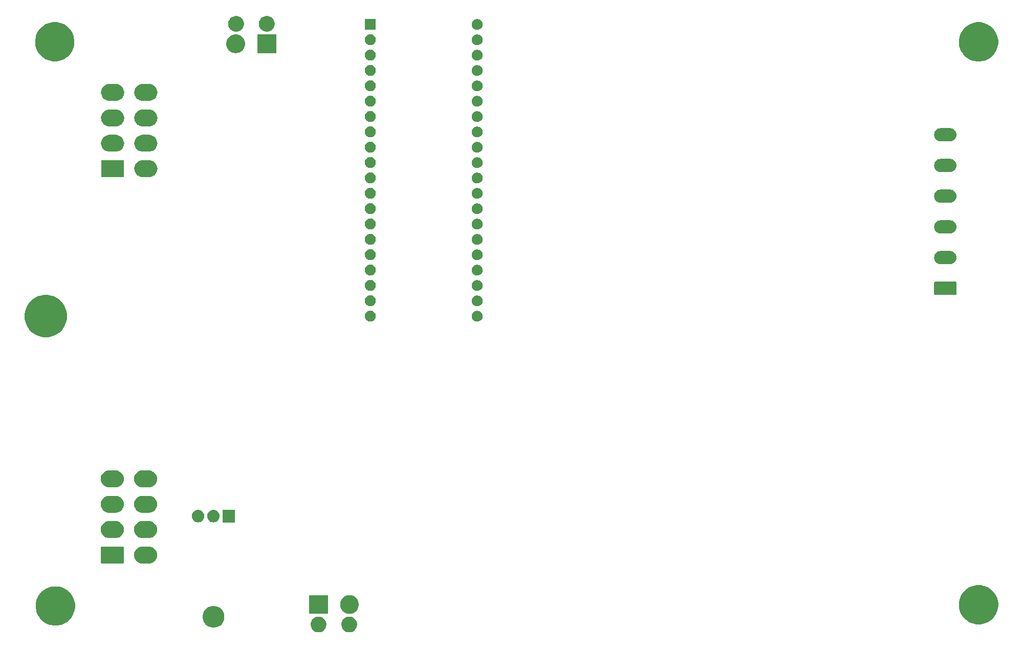
<source format=gbr>
G04 #@! TF.GenerationSoftware,KiCad,Pcbnew,(5.1.5)-3*
G04 #@! TF.CreationDate,2020-09-18T03:23:34-03:00*
G04 #@! TF.ProjectId,Main ECU,4d61696e-2045-4435-952e-6b696361645f,rev?*
G04 #@! TF.SameCoordinates,Original*
G04 #@! TF.FileFunction,Soldermask,Bot*
G04 #@! TF.FilePolarity,Negative*
%FSLAX46Y46*%
G04 Gerber Fmt 4.6, Leading zero omitted, Abs format (unit mm)*
G04 Created by KiCad (PCBNEW (5.1.5)-3) date 2020-09-18 03:23:34*
%MOMM*%
%LPD*%
G04 APERTURE LIST*
%ADD10C,0.100000*%
G04 APERTURE END LIST*
D10*
G36*
X136954207Y-147898496D02*
G01*
X137190973Y-147996568D01*
X137190975Y-147996569D01*
X137293992Y-148065403D01*
X137404059Y-148138947D01*
X137585273Y-148320161D01*
X137727652Y-148533247D01*
X137825724Y-148770013D01*
X137875720Y-149021361D01*
X137875720Y-149277639D01*
X137825724Y-149528987D01*
X137788104Y-149619809D01*
X137727651Y-149765755D01*
X137585273Y-149978839D01*
X137404059Y-150160053D01*
X137190975Y-150302431D01*
X137190974Y-150302432D01*
X137190973Y-150302432D01*
X136954207Y-150400504D01*
X136702859Y-150450500D01*
X136446581Y-150450500D01*
X136195233Y-150400504D01*
X135958467Y-150302432D01*
X135958466Y-150302432D01*
X135958465Y-150302431D01*
X135745381Y-150160053D01*
X135564167Y-149978839D01*
X135421789Y-149765755D01*
X135361336Y-149619809D01*
X135323716Y-149528987D01*
X135273720Y-149277639D01*
X135273720Y-149021361D01*
X135323716Y-148770013D01*
X135421788Y-148533247D01*
X135564167Y-148320161D01*
X135745381Y-148138947D01*
X135855448Y-148065403D01*
X135958465Y-147996569D01*
X135958467Y-147996568D01*
X136195233Y-147898496D01*
X136446581Y-147848500D01*
X136702859Y-147848500D01*
X136954207Y-147898496D01*
G37*
G36*
X131874207Y-147898496D02*
G01*
X132110973Y-147996568D01*
X132110975Y-147996569D01*
X132213992Y-148065403D01*
X132324059Y-148138947D01*
X132505273Y-148320161D01*
X132647652Y-148533247D01*
X132745724Y-148770013D01*
X132795720Y-149021361D01*
X132795720Y-149277639D01*
X132745724Y-149528987D01*
X132708104Y-149619809D01*
X132647651Y-149765755D01*
X132505273Y-149978839D01*
X132324059Y-150160053D01*
X132110975Y-150302431D01*
X132110974Y-150302432D01*
X132110973Y-150302432D01*
X131874207Y-150400504D01*
X131622859Y-150450500D01*
X131366581Y-150450500D01*
X131115233Y-150400504D01*
X130878467Y-150302432D01*
X130878466Y-150302432D01*
X130878465Y-150302431D01*
X130665381Y-150160053D01*
X130484167Y-149978839D01*
X130341789Y-149765755D01*
X130281336Y-149619809D01*
X130243716Y-149528987D01*
X130193720Y-149277639D01*
X130193720Y-149021361D01*
X130243716Y-148770013D01*
X130341788Y-148533247D01*
X130484167Y-148320161D01*
X130665381Y-148138947D01*
X130775448Y-148065403D01*
X130878465Y-147996569D01*
X130878467Y-147996568D01*
X131115233Y-147898496D01*
X131366581Y-147848500D01*
X131622859Y-147848500D01*
X131874207Y-147898496D01*
G37*
G36*
X114642231Y-146156231D02*
G01*
X114969992Y-146291994D01*
X115264970Y-146489092D01*
X115515828Y-146739950D01*
X115712926Y-147034928D01*
X115848689Y-147362689D01*
X115917900Y-147710636D01*
X115917900Y-148065404D01*
X115848689Y-148413351D01*
X115712926Y-148741112D01*
X115515828Y-149036090D01*
X115264970Y-149286948D01*
X114969992Y-149484046D01*
X114642231Y-149619809D01*
X114294284Y-149689020D01*
X113939516Y-149689020D01*
X113591569Y-149619809D01*
X113263808Y-149484046D01*
X112968830Y-149286948D01*
X112717972Y-149036090D01*
X112520874Y-148741112D01*
X112385111Y-148413351D01*
X112315900Y-148065404D01*
X112315900Y-147710636D01*
X112385111Y-147362689D01*
X112520874Y-147034928D01*
X112717972Y-146739950D01*
X112968830Y-146489092D01*
X113263808Y-146291994D01*
X113591569Y-146156231D01*
X113939516Y-146087020D01*
X114294284Y-146087020D01*
X114642231Y-146156231D01*
G37*
G36*
X88609220Y-142915468D02*
G01*
X88923263Y-142977935D01*
X89514907Y-143223002D01*
X90047373Y-143578785D01*
X90500197Y-144031609D01*
X90855980Y-144564075D01*
X91016547Y-144951719D01*
X91101047Y-145155720D01*
X91225981Y-145783804D01*
X91225981Y-146424198D01*
X91163514Y-146738240D01*
X91101047Y-147052283D01*
X90855980Y-147643927D01*
X90651678Y-147949686D01*
X90500198Y-148176392D01*
X90047372Y-148629218D01*
X89941931Y-148699671D01*
X89514907Y-148985000D01*
X88923263Y-149230067D01*
X88684112Y-149277637D01*
X88295178Y-149355001D01*
X87654784Y-149355001D01*
X87265850Y-149277637D01*
X87026699Y-149230067D01*
X86435055Y-148985000D01*
X86008031Y-148699671D01*
X85902590Y-148629218D01*
X85449764Y-148176392D01*
X85298284Y-147949686D01*
X85093982Y-147643927D01*
X84848915Y-147052283D01*
X84786448Y-146738240D01*
X84723981Y-146424198D01*
X84723981Y-145783804D01*
X84848915Y-145155720D01*
X84933415Y-144951719D01*
X85093982Y-144564075D01*
X85449765Y-144031609D01*
X85902589Y-143578785D01*
X86435055Y-143223002D01*
X87026699Y-142977935D01*
X87340742Y-142915468D01*
X87654784Y-142853001D01*
X88295178Y-142853001D01*
X88609220Y-142915468D01*
G37*
G36*
X241334239Y-142711467D02*
G01*
X241648282Y-142773934D01*
X242239926Y-143019001D01*
X242590131Y-143253001D01*
X242740819Y-143353687D01*
X242772392Y-143374784D01*
X243225216Y-143827608D01*
X243580999Y-144360074D01*
X243787576Y-144858795D01*
X243826066Y-144951719D01*
X243951000Y-145579803D01*
X243951000Y-146220197D01*
X243916926Y-146391497D01*
X243826066Y-146848282D01*
X243580999Y-147439926D01*
X243225216Y-147972392D01*
X242772392Y-148425216D01*
X242239926Y-148780999D01*
X241648282Y-149026066D01*
X241334239Y-149088533D01*
X241020197Y-149151000D01*
X240379803Y-149151000D01*
X240065761Y-149088533D01*
X239751718Y-149026066D01*
X239160074Y-148780999D01*
X238627608Y-148425216D01*
X238174784Y-147972392D01*
X237819001Y-147439926D01*
X237573934Y-146848282D01*
X237483074Y-146391497D01*
X237449000Y-146220197D01*
X237449000Y-145579803D01*
X237573934Y-144951719D01*
X237612424Y-144858795D01*
X237819001Y-144360074D01*
X238174784Y-143827608D01*
X238627608Y-143374784D01*
X238659182Y-143353687D01*
X238809869Y-143253001D01*
X239160074Y-143019001D01*
X239751718Y-142773934D01*
X240065761Y-142711467D01*
X240379803Y-142649000D01*
X241020197Y-142649000D01*
X241334239Y-142711467D01*
G37*
G36*
X133045720Y-147398500D02*
G01*
X129943720Y-147398500D01*
X129943720Y-144296500D01*
X133045720Y-144296500D01*
X133045720Y-147398500D01*
G37*
G36*
X136924305Y-144326302D02*
G01*
X137074130Y-144356104D01*
X137356394Y-144473021D01*
X137610425Y-144642759D01*
X137826461Y-144858795D01*
X137996199Y-145112826D01*
X138113116Y-145395090D01*
X138172720Y-145694740D01*
X138172720Y-146000260D01*
X138113116Y-146299910D01*
X137996199Y-146582174D01*
X137826461Y-146836205D01*
X137610425Y-147052241D01*
X137356394Y-147221979D01*
X137074130Y-147338896D01*
X136954519Y-147362688D01*
X136774481Y-147398500D01*
X136468959Y-147398500D01*
X136288921Y-147362688D01*
X136169310Y-147338896D01*
X135887046Y-147221979D01*
X135633015Y-147052241D01*
X135416979Y-146836205D01*
X135247241Y-146582174D01*
X135130324Y-146299910D01*
X135070720Y-146000260D01*
X135070720Y-145694740D01*
X135130324Y-145395090D01*
X135247241Y-145112826D01*
X135416979Y-144858795D01*
X135633015Y-144642759D01*
X135887046Y-144473021D01*
X136169310Y-144356104D01*
X136319135Y-144326302D01*
X136468959Y-144296500D01*
X136774481Y-144296500D01*
X136924305Y-144326302D01*
G37*
G36*
X103555331Y-136277136D02*
G01*
X103658244Y-136287272D01*
X103853617Y-136346538D01*
X103922337Y-136367384D01*
X104125225Y-136475830D01*
X104165720Y-136497475D01*
X104221291Y-136543082D01*
X104379050Y-136672550D01*
X104508518Y-136830309D01*
X104554125Y-136885880D01*
X104554126Y-136885882D01*
X104684216Y-137129263D01*
X104684217Y-137129267D01*
X104764328Y-137393356D01*
X104791378Y-137668000D01*
X104764328Y-137942644D01*
X104705062Y-138138017D01*
X104684216Y-138206737D01*
X104561564Y-138436202D01*
X104554125Y-138450120D01*
X104508518Y-138505691D01*
X104379050Y-138663450D01*
X104221291Y-138792918D01*
X104165720Y-138838525D01*
X104165718Y-138838526D01*
X103922337Y-138968616D01*
X103853617Y-138989462D01*
X103658244Y-139048728D01*
X103555331Y-139058864D01*
X103452420Y-139069000D01*
X102314780Y-139069000D01*
X102211869Y-139058864D01*
X102108956Y-139048728D01*
X101913583Y-138989462D01*
X101844863Y-138968616D01*
X101601482Y-138838526D01*
X101601480Y-138838525D01*
X101545909Y-138792918D01*
X101388150Y-138663450D01*
X101258682Y-138505691D01*
X101213075Y-138450120D01*
X101205636Y-138436202D01*
X101082984Y-138206737D01*
X101062138Y-138138017D01*
X101002872Y-137942644D01*
X100975822Y-137668000D01*
X101002872Y-137393356D01*
X101082983Y-137129267D01*
X101082984Y-137129263D01*
X101213074Y-136885882D01*
X101213075Y-136885880D01*
X101258682Y-136830309D01*
X101388150Y-136672550D01*
X101545909Y-136543082D01*
X101601480Y-136497475D01*
X101641975Y-136475830D01*
X101844863Y-136367384D01*
X101913583Y-136346538D01*
X102108956Y-136287272D01*
X102211869Y-136277136D01*
X102314780Y-136267000D01*
X103452420Y-136267000D01*
X103555331Y-136277136D01*
G37*
G36*
X99157631Y-136270621D02*
G01*
X99187086Y-136279556D01*
X99214223Y-136294062D01*
X99238014Y-136313586D01*
X99257538Y-136337377D01*
X99272044Y-136364514D01*
X99280979Y-136393969D01*
X99284600Y-136430734D01*
X99284600Y-138905266D01*
X99280979Y-138942031D01*
X99272044Y-138971486D01*
X99257538Y-138998623D01*
X99238014Y-139022414D01*
X99214223Y-139041938D01*
X99187086Y-139056444D01*
X99157631Y-139065379D01*
X99120866Y-139069000D01*
X95646334Y-139069000D01*
X95609569Y-139065379D01*
X95580114Y-139056444D01*
X95552977Y-139041938D01*
X95529186Y-139022414D01*
X95509662Y-138998623D01*
X95495156Y-138971486D01*
X95486221Y-138942031D01*
X95482600Y-138905266D01*
X95482600Y-136430734D01*
X95486221Y-136393969D01*
X95495156Y-136364514D01*
X95509662Y-136337377D01*
X95529186Y-136313586D01*
X95552977Y-136294062D01*
X95580114Y-136279556D01*
X95609569Y-136270621D01*
X95646334Y-136267000D01*
X99120866Y-136267000D01*
X99157631Y-136270621D01*
G37*
G36*
X103555331Y-132077136D02*
G01*
X103658244Y-132087272D01*
X103853617Y-132146538D01*
X103922337Y-132167384D01*
X104104028Y-132264500D01*
X104165720Y-132297475D01*
X104221291Y-132343082D01*
X104379050Y-132472550D01*
X104508518Y-132630309D01*
X104554125Y-132685880D01*
X104554126Y-132685882D01*
X104684216Y-132929263D01*
X104684217Y-132929267D01*
X104764328Y-133193356D01*
X104791378Y-133468000D01*
X104764328Y-133742644D01*
X104705062Y-133938017D01*
X104684216Y-134006737D01*
X104561564Y-134236202D01*
X104554125Y-134250120D01*
X104508518Y-134305691D01*
X104379050Y-134463450D01*
X104221291Y-134592918D01*
X104165720Y-134638525D01*
X104165718Y-134638526D01*
X103922337Y-134768616D01*
X103853617Y-134789462D01*
X103658244Y-134848728D01*
X103555331Y-134858864D01*
X103452420Y-134869000D01*
X102314780Y-134869000D01*
X102211869Y-134858864D01*
X102108956Y-134848728D01*
X101913583Y-134789462D01*
X101844863Y-134768616D01*
X101601482Y-134638526D01*
X101601480Y-134638525D01*
X101545909Y-134592918D01*
X101388150Y-134463450D01*
X101258682Y-134305691D01*
X101213075Y-134250120D01*
X101205636Y-134236202D01*
X101082984Y-134006737D01*
X101062138Y-133938017D01*
X101002872Y-133742644D01*
X100975822Y-133468000D01*
X101002872Y-133193356D01*
X101082983Y-132929267D01*
X101082984Y-132929263D01*
X101213074Y-132685882D01*
X101213075Y-132685880D01*
X101258682Y-132630309D01*
X101388150Y-132472550D01*
X101545909Y-132343082D01*
X101601480Y-132297475D01*
X101663172Y-132264500D01*
X101844863Y-132167384D01*
X101913583Y-132146538D01*
X102108956Y-132087272D01*
X102211869Y-132077136D01*
X102314780Y-132067000D01*
X103452420Y-132067000D01*
X103555331Y-132077136D01*
G37*
G36*
X98055331Y-132077136D02*
G01*
X98158244Y-132087272D01*
X98353617Y-132146538D01*
X98422337Y-132167384D01*
X98604028Y-132264500D01*
X98665720Y-132297475D01*
X98721291Y-132343082D01*
X98879050Y-132472550D01*
X99008518Y-132630309D01*
X99054125Y-132685880D01*
X99054126Y-132685882D01*
X99184216Y-132929263D01*
X99184217Y-132929267D01*
X99264328Y-133193356D01*
X99291378Y-133468000D01*
X99264328Y-133742644D01*
X99205062Y-133938017D01*
X99184216Y-134006737D01*
X99061564Y-134236202D01*
X99054125Y-134250120D01*
X99008518Y-134305691D01*
X98879050Y-134463450D01*
X98721291Y-134592918D01*
X98665720Y-134638525D01*
X98665718Y-134638526D01*
X98422337Y-134768616D01*
X98353617Y-134789462D01*
X98158244Y-134848728D01*
X98055331Y-134858864D01*
X97952420Y-134869000D01*
X96814780Y-134869000D01*
X96711869Y-134858864D01*
X96608956Y-134848728D01*
X96413583Y-134789462D01*
X96344863Y-134768616D01*
X96101482Y-134638526D01*
X96101480Y-134638525D01*
X96045909Y-134592918D01*
X95888150Y-134463450D01*
X95758682Y-134305691D01*
X95713075Y-134250120D01*
X95705636Y-134236202D01*
X95582984Y-134006737D01*
X95562138Y-133938017D01*
X95502872Y-133742644D01*
X95475822Y-133468000D01*
X95502872Y-133193356D01*
X95582983Y-132929267D01*
X95582984Y-132929263D01*
X95713074Y-132685882D01*
X95713075Y-132685880D01*
X95758682Y-132630309D01*
X95888150Y-132472550D01*
X96045909Y-132343082D01*
X96101480Y-132297475D01*
X96163172Y-132264500D01*
X96344863Y-132167384D01*
X96413583Y-132146538D01*
X96608956Y-132087272D01*
X96711869Y-132077136D01*
X96814780Y-132067000D01*
X97952420Y-132067000D01*
X98055331Y-132077136D01*
G37*
G36*
X111773620Y-130191540D02*
G01*
X111962781Y-130248921D01*
X112137112Y-130342103D01*
X112289915Y-130467505D01*
X112415317Y-130620308D01*
X112441343Y-130669000D01*
X112508498Y-130794637D01*
X112508499Y-130794640D01*
X112565880Y-130983801D01*
X112580400Y-131131227D01*
X112580400Y-131324814D01*
X112565880Y-131472240D01*
X112508499Y-131661401D01*
X112415317Y-131835732D01*
X112289915Y-131988535D01*
X112137112Y-132113937D01*
X112055233Y-132157702D01*
X111962783Y-132207118D01*
X111962780Y-132207119D01*
X111773619Y-132264500D01*
X111576900Y-132283875D01*
X111380180Y-132264500D01*
X111191019Y-132207119D01*
X111016688Y-132113937D01*
X110863885Y-131988535D01*
X110738483Y-131835732D01*
X110694718Y-131753853D01*
X110645302Y-131661403D01*
X110645301Y-131661400D01*
X110587920Y-131472239D01*
X110573400Y-131324813D01*
X110573400Y-131131226D01*
X110587920Y-130983800D01*
X110645301Y-130794639D01*
X110738483Y-130620308D01*
X110863885Y-130467505D01*
X111016688Y-130342103D01*
X111191020Y-130248921D01*
X111380181Y-130191540D01*
X111576900Y-130172165D01*
X111773620Y-130191540D01*
G37*
G36*
X114313620Y-130191540D02*
G01*
X114502781Y-130248921D01*
X114677112Y-130342103D01*
X114829915Y-130467505D01*
X114955317Y-130620308D01*
X114981343Y-130669000D01*
X115048498Y-130794637D01*
X115048499Y-130794640D01*
X115105880Y-130983801D01*
X115120400Y-131131227D01*
X115120400Y-131324814D01*
X115105880Y-131472240D01*
X115048499Y-131661401D01*
X114955317Y-131835732D01*
X114829915Y-131988535D01*
X114677112Y-132113937D01*
X114595233Y-132157702D01*
X114502783Y-132207118D01*
X114502780Y-132207119D01*
X114313619Y-132264500D01*
X114116900Y-132283875D01*
X113920180Y-132264500D01*
X113731019Y-132207119D01*
X113556688Y-132113937D01*
X113403885Y-131988535D01*
X113278483Y-131835732D01*
X113234718Y-131753853D01*
X113185302Y-131661403D01*
X113185301Y-131661400D01*
X113127920Y-131472239D01*
X113113400Y-131324813D01*
X113113400Y-131131226D01*
X113127920Y-130983800D01*
X113185301Y-130794639D01*
X113278483Y-130620308D01*
X113403885Y-130467505D01*
X113556688Y-130342103D01*
X113731020Y-130248921D01*
X113920181Y-130191540D01*
X114116900Y-130172165D01*
X114313620Y-130191540D01*
G37*
G36*
X117660400Y-132279020D02*
G01*
X115653400Y-132279020D01*
X115653400Y-130177020D01*
X117660400Y-130177020D01*
X117660400Y-132279020D01*
G37*
G36*
X98055331Y-127877136D02*
G01*
X98158244Y-127887272D01*
X98353617Y-127946538D01*
X98422337Y-127967384D01*
X98651802Y-128090036D01*
X98665720Y-128097475D01*
X98721291Y-128143082D01*
X98879050Y-128272550D01*
X99008518Y-128430309D01*
X99054125Y-128485880D01*
X99054126Y-128485882D01*
X99184216Y-128729263D01*
X99184217Y-128729267D01*
X99264328Y-128993356D01*
X99291378Y-129268000D01*
X99264328Y-129542644D01*
X99205062Y-129738017D01*
X99184216Y-129806737D01*
X99061564Y-130036202D01*
X99054125Y-130050120D01*
X99008518Y-130105691D01*
X98879050Y-130263450D01*
X98783210Y-130342103D01*
X98665720Y-130438525D01*
X98665718Y-130438526D01*
X98422337Y-130568616D01*
X98353617Y-130589462D01*
X98158244Y-130648728D01*
X98055331Y-130658864D01*
X97952420Y-130669000D01*
X96814780Y-130669000D01*
X96711869Y-130658864D01*
X96608956Y-130648728D01*
X96413583Y-130589462D01*
X96344863Y-130568616D01*
X96101482Y-130438526D01*
X96101480Y-130438525D01*
X95983990Y-130342103D01*
X95888150Y-130263450D01*
X95758682Y-130105691D01*
X95713075Y-130050120D01*
X95705636Y-130036202D01*
X95582984Y-129806737D01*
X95562138Y-129738017D01*
X95502872Y-129542644D01*
X95475822Y-129268000D01*
X95502872Y-128993356D01*
X95582983Y-128729267D01*
X95582984Y-128729263D01*
X95713074Y-128485882D01*
X95713075Y-128485880D01*
X95758682Y-128430309D01*
X95888150Y-128272550D01*
X96045909Y-128143082D01*
X96101480Y-128097475D01*
X96115398Y-128090036D01*
X96344863Y-127967384D01*
X96413583Y-127946538D01*
X96608956Y-127887272D01*
X96711869Y-127877136D01*
X96814780Y-127867000D01*
X97952420Y-127867000D01*
X98055331Y-127877136D01*
G37*
G36*
X103555331Y-127877136D02*
G01*
X103658244Y-127887272D01*
X103853617Y-127946538D01*
X103922337Y-127967384D01*
X104151802Y-128090036D01*
X104165720Y-128097475D01*
X104221291Y-128143082D01*
X104379050Y-128272550D01*
X104508518Y-128430309D01*
X104554125Y-128485880D01*
X104554126Y-128485882D01*
X104684216Y-128729263D01*
X104684217Y-128729267D01*
X104764328Y-128993356D01*
X104791378Y-129268000D01*
X104764328Y-129542644D01*
X104705062Y-129738017D01*
X104684216Y-129806737D01*
X104561564Y-130036202D01*
X104554125Y-130050120D01*
X104508518Y-130105691D01*
X104379050Y-130263450D01*
X104283210Y-130342103D01*
X104165720Y-130438525D01*
X104165718Y-130438526D01*
X103922337Y-130568616D01*
X103853617Y-130589462D01*
X103658244Y-130648728D01*
X103555331Y-130658864D01*
X103452420Y-130669000D01*
X102314780Y-130669000D01*
X102211869Y-130658864D01*
X102108956Y-130648728D01*
X101913583Y-130589462D01*
X101844863Y-130568616D01*
X101601482Y-130438526D01*
X101601480Y-130438525D01*
X101483990Y-130342103D01*
X101388150Y-130263450D01*
X101258682Y-130105691D01*
X101213075Y-130050120D01*
X101205636Y-130036202D01*
X101082984Y-129806737D01*
X101062138Y-129738017D01*
X101002872Y-129542644D01*
X100975822Y-129268000D01*
X101002872Y-128993356D01*
X101082983Y-128729267D01*
X101082984Y-128729263D01*
X101213074Y-128485882D01*
X101213075Y-128485880D01*
X101258682Y-128430309D01*
X101388150Y-128272550D01*
X101545909Y-128143082D01*
X101601480Y-128097475D01*
X101615398Y-128090036D01*
X101844863Y-127967384D01*
X101913583Y-127946538D01*
X102108956Y-127887272D01*
X102211869Y-127877136D01*
X102314780Y-127867000D01*
X103452420Y-127867000D01*
X103555331Y-127877136D01*
G37*
G36*
X103555331Y-123677136D02*
G01*
X103658244Y-123687272D01*
X103853617Y-123746538D01*
X103922337Y-123767384D01*
X104151802Y-123890036D01*
X104165720Y-123897475D01*
X104221291Y-123943082D01*
X104379050Y-124072550D01*
X104508518Y-124230309D01*
X104554125Y-124285880D01*
X104554126Y-124285882D01*
X104684216Y-124529263D01*
X104684217Y-124529267D01*
X104764328Y-124793356D01*
X104791378Y-125068000D01*
X104764328Y-125342644D01*
X104705062Y-125538017D01*
X104684216Y-125606737D01*
X104561564Y-125836202D01*
X104554125Y-125850120D01*
X104508518Y-125905691D01*
X104379050Y-126063450D01*
X104221291Y-126192918D01*
X104165720Y-126238525D01*
X104165718Y-126238526D01*
X103922337Y-126368616D01*
X103853617Y-126389462D01*
X103658244Y-126448728D01*
X103555331Y-126458864D01*
X103452420Y-126469000D01*
X102314780Y-126469000D01*
X102211869Y-126458864D01*
X102108956Y-126448728D01*
X101913583Y-126389462D01*
X101844863Y-126368616D01*
X101601482Y-126238526D01*
X101601480Y-126238525D01*
X101545909Y-126192918D01*
X101388150Y-126063450D01*
X101258682Y-125905691D01*
X101213075Y-125850120D01*
X101205636Y-125836202D01*
X101082984Y-125606737D01*
X101062138Y-125538017D01*
X101002872Y-125342644D01*
X100975822Y-125068000D01*
X101002872Y-124793356D01*
X101082983Y-124529267D01*
X101082984Y-124529263D01*
X101213074Y-124285882D01*
X101213075Y-124285880D01*
X101258682Y-124230309D01*
X101388150Y-124072550D01*
X101545909Y-123943082D01*
X101601480Y-123897475D01*
X101615398Y-123890036D01*
X101844863Y-123767384D01*
X101913583Y-123746538D01*
X102108956Y-123687272D01*
X102211869Y-123677136D01*
X102314780Y-123667000D01*
X103452420Y-123667000D01*
X103555331Y-123677136D01*
G37*
G36*
X98055331Y-123677136D02*
G01*
X98158244Y-123687272D01*
X98353617Y-123746538D01*
X98422337Y-123767384D01*
X98651802Y-123890036D01*
X98665720Y-123897475D01*
X98721291Y-123943082D01*
X98879050Y-124072550D01*
X99008518Y-124230309D01*
X99054125Y-124285880D01*
X99054126Y-124285882D01*
X99184216Y-124529263D01*
X99184217Y-124529267D01*
X99264328Y-124793356D01*
X99291378Y-125068000D01*
X99264328Y-125342644D01*
X99205062Y-125538017D01*
X99184216Y-125606737D01*
X99061564Y-125836202D01*
X99054125Y-125850120D01*
X99008518Y-125905691D01*
X98879050Y-126063450D01*
X98721291Y-126192918D01*
X98665720Y-126238525D01*
X98665718Y-126238526D01*
X98422337Y-126368616D01*
X98353617Y-126389462D01*
X98158244Y-126448728D01*
X98055331Y-126458864D01*
X97952420Y-126469000D01*
X96814780Y-126469000D01*
X96711869Y-126458864D01*
X96608956Y-126448728D01*
X96413583Y-126389462D01*
X96344863Y-126368616D01*
X96101482Y-126238526D01*
X96101480Y-126238525D01*
X96045909Y-126192918D01*
X95888150Y-126063450D01*
X95758682Y-125905691D01*
X95713075Y-125850120D01*
X95705636Y-125836202D01*
X95582984Y-125606737D01*
X95562138Y-125538017D01*
X95502872Y-125342644D01*
X95475822Y-125068000D01*
X95502872Y-124793356D01*
X95582983Y-124529267D01*
X95582984Y-124529263D01*
X95713074Y-124285882D01*
X95713075Y-124285880D01*
X95758682Y-124230309D01*
X95888150Y-124072550D01*
X96045909Y-123943082D01*
X96101480Y-123897475D01*
X96115398Y-123890036D01*
X96344863Y-123767384D01*
X96413583Y-123746538D01*
X96608956Y-123687272D01*
X96711869Y-123677136D01*
X96814780Y-123667000D01*
X97952420Y-123667000D01*
X98055331Y-123677136D01*
G37*
G36*
X87013059Y-94701880D02*
G01*
X87406312Y-94780103D01*
X87764398Y-94928427D01*
X88006060Y-95028526D01*
X88043272Y-95043940D01*
X88616520Y-95426972D01*
X89104028Y-95914480D01*
X89474717Y-96469256D01*
X89487061Y-96487730D01*
X89750897Y-97124689D01*
X89885400Y-97800879D01*
X89885400Y-98490321D01*
X89864566Y-98595062D01*
X89750897Y-99166512D01*
X89487060Y-99803472D01*
X89104028Y-100376720D01*
X88616520Y-100864228D01*
X88043272Y-101247260D01*
X87406312Y-101511097D01*
X87068216Y-101578349D01*
X86730121Y-101645600D01*
X86040679Y-101645600D01*
X85702584Y-101578349D01*
X85364488Y-101511097D01*
X84727528Y-101247260D01*
X84154280Y-100864228D01*
X83666772Y-100376720D01*
X83283740Y-99803472D01*
X83019903Y-99166512D01*
X82906234Y-98595062D01*
X82885400Y-98490321D01*
X82885400Y-97800879D01*
X83019903Y-97124689D01*
X83283739Y-96487730D01*
X83296083Y-96469256D01*
X83666772Y-95914480D01*
X84154280Y-95426972D01*
X84727528Y-95043940D01*
X84764741Y-95028526D01*
X85006402Y-94928427D01*
X85364488Y-94780103D01*
X85757741Y-94701880D01*
X86040679Y-94645600D01*
X86730121Y-94645600D01*
X87013059Y-94701880D01*
G37*
G36*
X157857512Y-97272207D02*
G01*
X158006812Y-97301904D01*
X158170784Y-97369824D01*
X158318354Y-97468427D01*
X158443853Y-97593926D01*
X158542456Y-97741496D01*
X158610376Y-97905468D01*
X158645000Y-98079539D01*
X158645000Y-98257021D01*
X158610376Y-98431092D01*
X158542456Y-98595064D01*
X158443853Y-98742634D01*
X158318354Y-98868133D01*
X158170784Y-98966736D01*
X158006812Y-99034656D01*
X157857512Y-99064353D01*
X157832742Y-99069280D01*
X157655258Y-99069280D01*
X157630488Y-99064353D01*
X157481188Y-99034656D01*
X157317216Y-98966736D01*
X157169646Y-98868133D01*
X157044147Y-98742634D01*
X156945544Y-98595064D01*
X156877624Y-98431092D01*
X156843000Y-98257021D01*
X156843000Y-98079539D01*
X156877624Y-97905468D01*
X156945544Y-97741496D01*
X157044147Y-97593926D01*
X157169646Y-97468427D01*
X157317216Y-97369824D01*
X157481188Y-97301904D01*
X157630488Y-97272207D01*
X157655258Y-97267280D01*
X157832742Y-97267280D01*
X157857512Y-97272207D01*
G37*
G36*
X140179112Y-97246807D02*
G01*
X140328412Y-97276504D01*
X140492384Y-97344424D01*
X140639954Y-97443027D01*
X140765453Y-97568526D01*
X140864056Y-97716096D01*
X140931976Y-97880068D01*
X140966600Y-98054139D01*
X140966600Y-98231621D01*
X140931976Y-98405692D01*
X140864056Y-98569664D01*
X140765453Y-98717234D01*
X140639954Y-98842733D01*
X140492384Y-98941336D01*
X140328412Y-99009256D01*
X140179112Y-99038953D01*
X140154342Y-99043880D01*
X139976858Y-99043880D01*
X139952088Y-99038953D01*
X139802788Y-99009256D01*
X139638816Y-98941336D01*
X139491246Y-98842733D01*
X139365747Y-98717234D01*
X139267144Y-98569664D01*
X139199224Y-98405692D01*
X139164600Y-98231621D01*
X139164600Y-98054139D01*
X139199224Y-97880068D01*
X139267144Y-97716096D01*
X139365747Y-97568526D01*
X139491246Y-97443027D01*
X139638816Y-97344424D01*
X139802788Y-97276504D01*
X139952088Y-97246807D01*
X139976858Y-97241880D01*
X140154342Y-97241880D01*
X140179112Y-97246807D01*
G37*
G36*
X157857512Y-94732207D02*
G01*
X158006812Y-94761904D01*
X158170784Y-94829824D01*
X158318354Y-94928427D01*
X158443853Y-95053926D01*
X158542456Y-95201496D01*
X158610376Y-95365468D01*
X158645000Y-95539539D01*
X158645000Y-95717021D01*
X158610376Y-95891092D01*
X158542456Y-96055064D01*
X158443853Y-96202634D01*
X158318354Y-96328133D01*
X158170784Y-96426736D01*
X158006812Y-96494656D01*
X157857512Y-96524353D01*
X157832742Y-96529280D01*
X157655258Y-96529280D01*
X157630488Y-96524353D01*
X157481188Y-96494656D01*
X157317216Y-96426736D01*
X157169646Y-96328133D01*
X157044147Y-96202634D01*
X156945544Y-96055064D01*
X156877624Y-95891092D01*
X156843000Y-95717021D01*
X156843000Y-95539539D01*
X156877624Y-95365468D01*
X156945544Y-95201496D01*
X157044147Y-95053926D01*
X157169646Y-94928427D01*
X157317216Y-94829824D01*
X157481188Y-94761904D01*
X157630488Y-94732207D01*
X157655258Y-94727280D01*
X157832742Y-94727280D01*
X157857512Y-94732207D01*
G37*
G36*
X140179112Y-94706807D02*
G01*
X140328412Y-94736504D01*
X140492384Y-94804424D01*
X140639954Y-94903027D01*
X140765453Y-95028526D01*
X140864056Y-95176096D01*
X140931976Y-95340068D01*
X140966600Y-95514139D01*
X140966600Y-95691621D01*
X140931976Y-95865692D01*
X140864056Y-96029664D01*
X140765453Y-96177234D01*
X140639954Y-96302733D01*
X140492384Y-96401336D01*
X140328412Y-96469256D01*
X140179112Y-96498953D01*
X140154342Y-96503880D01*
X139976858Y-96503880D01*
X139952088Y-96498953D01*
X139802788Y-96469256D01*
X139638816Y-96401336D01*
X139491246Y-96302733D01*
X139365747Y-96177234D01*
X139267144Y-96029664D01*
X139199224Y-95865692D01*
X139164600Y-95691621D01*
X139164600Y-95514139D01*
X139199224Y-95340068D01*
X139267144Y-95176096D01*
X139365747Y-95028526D01*
X139491246Y-94903027D01*
X139638816Y-94804424D01*
X139802788Y-94736504D01*
X139952088Y-94706807D01*
X139976858Y-94701880D01*
X140154342Y-94701880D01*
X140179112Y-94706807D01*
G37*
G36*
X236916217Y-92462808D02*
G01*
X236947489Y-92472294D01*
X236976308Y-92487698D01*
X237001570Y-92508430D01*
X237022302Y-92533692D01*
X237037706Y-92562511D01*
X237047192Y-92593783D01*
X237051000Y-92632448D01*
X237051000Y-94467552D01*
X237047192Y-94506217D01*
X237037706Y-94537489D01*
X237022302Y-94566308D01*
X237001570Y-94591570D01*
X236976308Y-94612302D01*
X236947489Y-94627706D01*
X236916217Y-94637192D01*
X236877552Y-94641000D01*
X233522448Y-94641000D01*
X233483783Y-94637192D01*
X233452511Y-94627706D01*
X233423692Y-94612302D01*
X233398430Y-94591570D01*
X233377698Y-94566308D01*
X233362294Y-94537489D01*
X233352808Y-94506217D01*
X233349000Y-94467552D01*
X233349000Y-92632448D01*
X233352808Y-92593783D01*
X233362294Y-92562511D01*
X233377698Y-92533692D01*
X233398430Y-92508430D01*
X233423692Y-92487698D01*
X233452511Y-92472294D01*
X233483783Y-92462808D01*
X233522448Y-92459000D01*
X236877552Y-92459000D01*
X236916217Y-92462808D01*
G37*
G36*
X157857512Y-92192207D02*
G01*
X158006812Y-92221904D01*
X158170784Y-92289824D01*
X158318354Y-92388427D01*
X158443853Y-92513926D01*
X158542456Y-92661496D01*
X158610376Y-92825468D01*
X158645000Y-92999539D01*
X158645000Y-93177021D01*
X158610376Y-93351092D01*
X158542456Y-93515064D01*
X158443853Y-93662634D01*
X158318354Y-93788133D01*
X158170784Y-93886736D01*
X158006812Y-93954656D01*
X157857512Y-93984353D01*
X157832742Y-93989280D01*
X157655258Y-93989280D01*
X157630488Y-93984353D01*
X157481188Y-93954656D01*
X157317216Y-93886736D01*
X157169646Y-93788133D01*
X157044147Y-93662634D01*
X156945544Y-93515064D01*
X156877624Y-93351092D01*
X156843000Y-93177021D01*
X156843000Y-92999539D01*
X156877624Y-92825468D01*
X156945544Y-92661496D01*
X157044147Y-92513926D01*
X157169646Y-92388427D01*
X157317216Y-92289824D01*
X157481188Y-92221904D01*
X157630488Y-92192207D01*
X157655258Y-92187280D01*
X157832742Y-92187280D01*
X157857512Y-92192207D01*
G37*
G36*
X140179112Y-92166807D02*
G01*
X140328412Y-92196504D01*
X140492384Y-92264424D01*
X140639954Y-92363027D01*
X140765453Y-92488526D01*
X140864056Y-92636096D01*
X140931976Y-92800068D01*
X140966600Y-92974139D01*
X140966600Y-93151621D01*
X140931976Y-93325692D01*
X140864056Y-93489664D01*
X140765453Y-93637234D01*
X140639954Y-93762733D01*
X140492384Y-93861336D01*
X140328412Y-93929256D01*
X140179112Y-93958953D01*
X140154342Y-93963880D01*
X139976858Y-93963880D01*
X139952088Y-93958953D01*
X139802788Y-93929256D01*
X139638816Y-93861336D01*
X139491246Y-93762733D01*
X139365747Y-93637234D01*
X139267144Y-93489664D01*
X139199224Y-93325692D01*
X139164600Y-93151621D01*
X139164600Y-92974139D01*
X139199224Y-92800068D01*
X139267144Y-92636096D01*
X139365747Y-92488526D01*
X139491246Y-92363027D01*
X139638816Y-92264424D01*
X139802788Y-92196504D01*
X139952088Y-92166807D01*
X139976858Y-92161880D01*
X140154342Y-92161880D01*
X140179112Y-92166807D01*
G37*
G36*
X157857512Y-89652207D02*
G01*
X158006812Y-89681904D01*
X158170784Y-89749824D01*
X158318354Y-89848427D01*
X158443853Y-89973926D01*
X158542456Y-90121496D01*
X158610376Y-90285468D01*
X158645000Y-90459539D01*
X158645000Y-90637021D01*
X158610376Y-90811092D01*
X158542456Y-90975064D01*
X158443853Y-91122634D01*
X158318354Y-91248133D01*
X158170784Y-91346736D01*
X158006812Y-91414656D01*
X157857512Y-91444353D01*
X157832742Y-91449280D01*
X157655258Y-91449280D01*
X157630488Y-91444353D01*
X157481188Y-91414656D01*
X157317216Y-91346736D01*
X157169646Y-91248133D01*
X157044147Y-91122634D01*
X156945544Y-90975064D01*
X156877624Y-90811092D01*
X156843000Y-90637021D01*
X156843000Y-90459539D01*
X156877624Y-90285468D01*
X156945544Y-90121496D01*
X157044147Y-89973926D01*
X157169646Y-89848427D01*
X157317216Y-89749824D01*
X157481188Y-89681904D01*
X157630488Y-89652207D01*
X157655258Y-89647280D01*
X157832742Y-89647280D01*
X157857512Y-89652207D01*
G37*
G36*
X140179112Y-89626807D02*
G01*
X140328412Y-89656504D01*
X140492384Y-89724424D01*
X140639954Y-89823027D01*
X140765453Y-89948526D01*
X140864056Y-90096096D01*
X140931976Y-90260068D01*
X140966600Y-90434139D01*
X140966600Y-90611621D01*
X140931976Y-90785692D01*
X140864056Y-90949664D01*
X140765453Y-91097234D01*
X140639954Y-91222733D01*
X140492384Y-91321336D01*
X140328412Y-91389256D01*
X140179112Y-91418953D01*
X140154342Y-91423880D01*
X139976858Y-91423880D01*
X139952088Y-91418953D01*
X139802788Y-91389256D01*
X139638816Y-91321336D01*
X139491246Y-91222733D01*
X139365747Y-91097234D01*
X139267144Y-90949664D01*
X139199224Y-90785692D01*
X139164600Y-90611621D01*
X139164600Y-90434139D01*
X139199224Y-90260068D01*
X139267144Y-90096096D01*
X139365747Y-89948526D01*
X139491246Y-89823027D01*
X139638816Y-89724424D01*
X139802788Y-89656504D01*
X139952088Y-89626807D01*
X139976858Y-89621880D01*
X140154342Y-89621880D01*
X140179112Y-89626807D01*
G37*
G36*
X236173871Y-87394786D02*
G01*
X236379530Y-87457172D01*
X236569055Y-87558475D01*
X236569058Y-87558477D01*
X236569059Y-87558478D01*
X236735186Y-87694814D01*
X236871522Y-87860941D01*
X236871525Y-87860945D01*
X236972828Y-88050470D01*
X237035214Y-88256129D01*
X237056278Y-88470000D01*
X237035214Y-88683871D01*
X236972828Y-88889530D01*
X236871525Y-89079055D01*
X236871523Y-89079058D01*
X236871522Y-89079059D01*
X236735186Y-89245186D01*
X236569059Y-89381522D01*
X236569055Y-89381525D01*
X236379530Y-89482828D01*
X236173871Y-89545214D01*
X236013591Y-89561000D01*
X234386409Y-89561000D01*
X234226129Y-89545214D01*
X234020470Y-89482828D01*
X233830945Y-89381525D01*
X233830941Y-89381522D01*
X233664814Y-89245186D01*
X233528478Y-89079059D01*
X233528477Y-89079058D01*
X233528475Y-89079055D01*
X233427172Y-88889530D01*
X233364786Y-88683871D01*
X233343722Y-88470000D01*
X233364786Y-88256129D01*
X233427172Y-88050470D01*
X233528475Y-87860945D01*
X233528478Y-87860941D01*
X233664814Y-87694814D01*
X233830941Y-87558478D01*
X233830942Y-87558477D01*
X233830945Y-87558475D01*
X234020470Y-87457172D01*
X234226129Y-87394786D01*
X234386409Y-87379000D01*
X236013591Y-87379000D01*
X236173871Y-87394786D01*
G37*
G36*
X157857512Y-87112207D02*
G01*
X158006812Y-87141904D01*
X158170784Y-87209824D01*
X158318354Y-87308427D01*
X158443853Y-87433926D01*
X158542456Y-87581496D01*
X158610376Y-87745468D01*
X158645000Y-87919539D01*
X158645000Y-88097021D01*
X158610376Y-88271092D01*
X158542456Y-88435064D01*
X158443853Y-88582634D01*
X158318354Y-88708133D01*
X158170784Y-88806736D01*
X158006812Y-88874656D01*
X157857512Y-88904353D01*
X157832742Y-88909280D01*
X157655258Y-88909280D01*
X157630488Y-88904353D01*
X157481188Y-88874656D01*
X157317216Y-88806736D01*
X157169646Y-88708133D01*
X157044147Y-88582634D01*
X156945544Y-88435064D01*
X156877624Y-88271092D01*
X156843000Y-88097021D01*
X156843000Y-87919539D01*
X156877624Y-87745468D01*
X156945544Y-87581496D01*
X157044147Y-87433926D01*
X157169646Y-87308427D01*
X157317216Y-87209824D01*
X157481188Y-87141904D01*
X157630488Y-87112207D01*
X157655258Y-87107280D01*
X157832742Y-87107280D01*
X157857512Y-87112207D01*
G37*
G36*
X140179112Y-87086807D02*
G01*
X140328412Y-87116504D01*
X140492384Y-87184424D01*
X140639954Y-87283027D01*
X140765453Y-87408526D01*
X140864056Y-87556096D01*
X140931976Y-87720068D01*
X140966600Y-87894139D01*
X140966600Y-88071621D01*
X140931976Y-88245692D01*
X140864056Y-88409664D01*
X140765453Y-88557234D01*
X140639954Y-88682733D01*
X140492384Y-88781336D01*
X140328412Y-88849256D01*
X140179112Y-88878953D01*
X140154342Y-88883880D01*
X139976858Y-88883880D01*
X139952088Y-88878953D01*
X139802788Y-88849256D01*
X139638816Y-88781336D01*
X139491246Y-88682733D01*
X139365747Y-88557234D01*
X139267144Y-88409664D01*
X139199224Y-88245692D01*
X139164600Y-88071621D01*
X139164600Y-87894139D01*
X139199224Y-87720068D01*
X139267144Y-87556096D01*
X139365747Y-87408526D01*
X139491246Y-87283027D01*
X139638816Y-87184424D01*
X139802788Y-87116504D01*
X139952088Y-87086807D01*
X139976858Y-87081880D01*
X140154342Y-87081880D01*
X140179112Y-87086807D01*
G37*
G36*
X157857512Y-84572207D02*
G01*
X158006812Y-84601904D01*
X158170784Y-84669824D01*
X158318354Y-84768427D01*
X158443853Y-84893926D01*
X158542456Y-85041496D01*
X158610376Y-85205468D01*
X158645000Y-85379539D01*
X158645000Y-85557021D01*
X158610376Y-85731092D01*
X158542456Y-85895064D01*
X158443853Y-86042634D01*
X158318354Y-86168133D01*
X158170784Y-86266736D01*
X158006812Y-86334656D01*
X157857512Y-86364353D01*
X157832742Y-86369280D01*
X157655258Y-86369280D01*
X157630488Y-86364353D01*
X157481188Y-86334656D01*
X157317216Y-86266736D01*
X157169646Y-86168133D01*
X157044147Y-86042634D01*
X156945544Y-85895064D01*
X156877624Y-85731092D01*
X156843000Y-85557021D01*
X156843000Y-85379539D01*
X156877624Y-85205468D01*
X156945544Y-85041496D01*
X157044147Y-84893926D01*
X157169646Y-84768427D01*
X157317216Y-84669824D01*
X157481188Y-84601904D01*
X157630488Y-84572207D01*
X157655258Y-84567280D01*
X157832742Y-84567280D01*
X157857512Y-84572207D01*
G37*
G36*
X140179112Y-84546807D02*
G01*
X140328412Y-84576504D01*
X140492384Y-84644424D01*
X140639954Y-84743027D01*
X140765453Y-84868526D01*
X140864056Y-85016096D01*
X140931976Y-85180068D01*
X140966600Y-85354139D01*
X140966600Y-85531621D01*
X140931976Y-85705692D01*
X140864056Y-85869664D01*
X140765453Y-86017234D01*
X140639954Y-86142733D01*
X140492384Y-86241336D01*
X140328412Y-86309256D01*
X140179112Y-86338953D01*
X140154342Y-86343880D01*
X139976858Y-86343880D01*
X139952088Y-86338953D01*
X139802788Y-86309256D01*
X139638816Y-86241336D01*
X139491246Y-86142733D01*
X139365747Y-86017234D01*
X139267144Y-85869664D01*
X139199224Y-85705692D01*
X139164600Y-85531621D01*
X139164600Y-85354139D01*
X139199224Y-85180068D01*
X139267144Y-85016096D01*
X139365747Y-84868526D01*
X139491246Y-84743027D01*
X139638816Y-84644424D01*
X139802788Y-84576504D01*
X139952088Y-84546807D01*
X139976858Y-84541880D01*
X140154342Y-84541880D01*
X140179112Y-84546807D01*
G37*
G36*
X236173871Y-82314786D02*
G01*
X236379530Y-82377172D01*
X236569055Y-82478475D01*
X236569058Y-82478477D01*
X236569059Y-82478478D01*
X236735186Y-82614814D01*
X236871522Y-82780941D01*
X236871525Y-82780945D01*
X236972828Y-82970470D01*
X237035214Y-83176129D01*
X237056278Y-83390000D01*
X237035214Y-83603871D01*
X236972828Y-83809530D01*
X236871525Y-83999055D01*
X236871523Y-83999058D01*
X236871522Y-83999059D01*
X236735186Y-84165186D01*
X236569059Y-84301522D01*
X236569055Y-84301525D01*
X236379530Y-84402828D01*
X236173871Y-84465214D01*
X236013591Y-84481000D01*
X234386409Y-84481000D01*
X234226129Y-84465214D01*
X234020470Y-84402828D01*
X233830945Y-84301525D01*
X233830941Y-84301522D01*
X233664814Y-84165186D01*
X233528478Y-83999059D01*
X233528477Y-83999058D01*
X233528475Y-83999055D01*
X233427172Y-83809530D01*
X233364786Y-83603871D01*
X233343722Y-83390000D01*
X233364786Y-83176129D01*
X233427172Y-82970470D01*
X233528475Y-82780945D01*
X233528478Y-82780941D01*
X233664814Y-82614814D01*
X233830941Y-82478478D01*
X233830942Y-82478477D01*
X233830945Y-82478475D01*
X234020470Y-82377172D01*
X234226129Y-82314786D01*
X234386409Y-82299000D01*
X236013591Y-82299000D01*
X236173871Y-82314786D01*
G37*
G36*
X157857512Y-82032207D02*
G01*
X158006812Y-82061904D01*
X158170784Y-82129824D01*
X158318354Y-82228427D01*
X158443853Y-82353926D01*
X158542456Y-82501496D01*
X158610376Y-82665468D01*
X158645000Y-82839539D01*
X158645000Y-83017021D01*
X158610376Y-83191092D01*
X158542456Y-83355064D01*
X158443853Y-83502634D01*
X158318354Y-83628133D01*
X158170784Y-83726736D01*
X158006812Y-83794656D01*
X157857512Y-83824353D01*
X157832742Y-83829280D01*
X157655258Y-83829280D01*
X157630488Y-83824353D01*
X157481188Y-83794656D01*
X157317216Y-83726736D01*
X157169646Y-83628133D01*
X157044147Y-83502634D01*
X156945544Y-83355064D01*
X156877624Y-83191092D01*
X156843000Y-83017021D01*
X156843000Y-82839539D01*
X156877624Y-82665468D01*
X156945544Y-82501496D01*
X157044147Y-82353926D01*
X157169646Y-82228427D01*
X157317216Y-82129824D01*
X157481188Y-82061904D01*
X157630488Y-82032207D01*
X157655258Y-82027280D01*
X157832742Y-82027280D01*
X157857512Y-82032207D01*
G37*
G36*
X140179112Y-82006807D02*
G01*
X140328412Y-82036504D01*
X140492384Y-82104424D01*
X140639954Y-82203027D01*
X140765453Y-82328526D01*
X140864056Y-82476096D01*
X140931976Y-82640068D01*
X140966600Y-82814139D01*
X140966600Y-82991621D01*
X140931976Y-83165692D01*
X140864056Y-83329664D01*
X140765453Y-83477234D01*
X140639954Y-83602733D01*
X140492384Y-83701336D01*
X140328412Y-83769256D01*
X140179112Y-83798953D01*
X140154342Y-83803880D01*
X139976858Y-83803880D01*
X139952088Y-83798953D01*
X139802788Y-83769256D01*
X139638816Y-83701336D01*
X139491246Y-83602733D01*
X139365747Y-83477234D01*
X139267144Y-83329664D01*
X139199224Y-83165692D01*
X139164600Y-82991621D01*
X139164600Y-82814139D01*
X139199224Y-82640068D01*
X139267144Y-82476096D01*
X139365747Y-82328526D01*
X139491246Y-82203027D01*
X139638816Y-82104424D01*
X139802788Y-82036504D01*
X139952088Y-82006807D01*
X139976858Y-82001880D01*
X140154342Y-82001880D01*
X140179112Y-82006807D01*
G37*
G36*
X157857512Y-79492207D02*
G01*
X158006812Y-79521904D01*
X158170784Y-79589824D01*
X158318354Y-79688427D01*
X158443853Y-79813926D01*
X158542456Y-79961496D01*
X158610376Y-80125468D01*
X158645000Y-80299539D01*
X158645000Y-80477021D01*
X158610376Y-80651092D01*
X158542456Y-80815064D01*
X158443853Y-80962634D01*
X158318354Y-81088133D01*
X158170784Y-81186736D01*
X158006812Y-81254656D01*
X157857512Y-81284353D01*
X157832742Y-81289280D01*
X157655258Y-81289280D01*
X157630488Y-81284353D01*
X157481188Y-81254656D01*
X157317216Y-81186736D01*
X157169646Y-81088133D01*
X157044147Y-80962634D01*
X156945544Y-80815064D01*
X156877624Y-80651092D01*
X156843000Y-80477021D01*
X156843000Y-80299539D01*
X156877624Y-80125468D01*
X156945544Y-79961496D01*
X157044147Y-79813926D01*
X157169646Y-79688427D01*
X157317216Y-79589824D01*
X157481188Y-79521904D01*
X157630488Y-79492207D01*
X157655258Y-79487280D01*
X157832742Y-79487280D01*
X157857512Y-79492207D01*
G37*
G36*
X140179112Y-79466807D02*
G01*
X140328412Y-79496504D01*
X140492384Y-79564424D01*
X140639954Y-79663027D01*
X140765453Y-79788526D01*
X140864056Y-79936096D01*
X140931976Y-80100068D01*
X140966600Y-80274139D01*
X140966600Y-80451621D01*
X140931976Y-80625692D01*
X140864056Y-80789664D01*
X140765453Y-80937234D01*
X140639954Y-81062733D01*
X140492384Y-81161336D01*
X140328412Y-81229256D01*
X140179112Y-81258953D01*
X140154342Y-81263880D01*
X139976858Y-81263880D01*
X139952088Y-81258953D01*
X139802788Y-81229256D01*
X139638816Y-81161336D01*
X139491246Y-81062733D01*
X139365747Y-80937234D01*
X139267144Y-80789664D01*
X139199224Y-80625692D01*
X139164600Y-80451621D01*
X139164600Y-80274139D01*
X139199224Y-80100068D01*
X139267144Y-79936096D01*
X139365747Y-79788526D01*
X139491246Y-79663027D01*
X139638816Y-79564424D01*
X139802788Y-79496504D01*
X139952088Y-79466807D01*
X139976858Y-79461880D01*
X140154342Y-79461880D01*
X140179112Y-79466807D01*
G37*
G36*
X236173871Y-77234786D02*
G01*
X236379530Y-77297172D01*
X236569055Y-77398475D01*
X236569058Y-77398477D01*
X236569059Y-77398478D01*
X236735186Y-77534814D01*
X236871522Y-77700941D01*
X236871525Y-77700945D01*
X236972828Y-77890470D01*
X237035214Y-78096129D01*
X237056278Y-78310000D01*
X237035214Y-78523871D01*
X236972828Y-78729530D01*
X236871525Y-78919055D01*
X236871523Y-78919058D01*
X236871522Y-78919059D01*
X236735186Y-79085186D01*
X236569059Y-79221522D01*
X236569055Y-79221525D01*
X236379530Y-79322828D01*
X236173871Y-79385214D01*
X236013591Y-79401000D01*
X234386409Y-79401000D01*
X234226129Y-79385214D01*
X234020470Y-79322828D01*
X233830945Y-79221525D01*
X233830941Y-79221522D01*
X233664814Y-79085186D01*
X233528478Y-78919059D01*
X233528477Y-78919058D01*
X233528475Y-78919055D01*
X233427172Y-78729530D01*
X233364786Y-78523871D01*
X233343722Y-78310000D01*
X233364786Y-78096129D01*
X233427172Y-77890470D01*
X233528475Y-77700945D01*
X233528478Y-77700941D01*
X233664814Y-77534814D01*
X233830941Y-77398478D01*
X233830942Y-77398477D01*
X233830945Y-77398475D01*
X234020470Y-77297172D01*
X234226129Y-77234786D01*
X234386409Y-77219000D01*
X236013591Y-77219000D01*
X236173871Y-77234786D01*
G37*
G36*
X157857512Y-76952207D02*
G01*
X158006812Y-76981904D01*
X158170784Y-77049824D01*
X158318354Y-77148427D01*
X158443853Y-77273926D01*
X158542456Y-77421496D01*
X158610376Y-77585468D01*
X158645000Y-77759539D01*
X158645000Y-77937021D01*
X158610376Y-78111092D01*
X158542456Y-78275064D01*
X158443853Y-78422634D01*
X158318354Y-78548133D01*
X158170784Y-78646736D01*
X158006812Y-78714656D01*
X157857512Y-78744353D01*
X157832742Y-78749280D01*
X157655258Y-78749280D01*
X157630488Y-78744353D01*
X157481188Y-78714656D01*
X157317216Y-78646736D01*
X157169646Y-78548133D01*
X157044147Y-78422634D01*
X156945544Y-78275064D01*
X156877624Y-78111092D01*
X156843000Y-77937021D01*
X156843000Y-77759539D01*
X156877624Y-77585468D01*
X156945544Y-77421496D01*
X157044147Y-77273926D01*
X157169646Y-77148427D01*
X157317216Y-77049824D01*
X157481188Y-76981904D01*
X157630488Y-76952207D01*
X157655258Y-76947280D01*
X157832742Y-76947280D01*
X157857512Y-76952207D01*
G37*
G36*
X140179112Y-76926807D02*
G01*
X140328412Y-76956504D01*
X140492384Y-77024424D01*
X140639954Y-77123027D01*
X140765453Y-77248526D01*
X140864056Y-77396096D01*
X140931976Y-77560068D01*
X140966600Y-77734139D01*
X140966600Y-77911621D01*
X140931976Y-78085692D01*
X140864056Y-78249664D01*
X140765453Y-78397234D01*
X140639954Y-78522733D01*
X140492384Y-78621336D01*
X140328412Y-78689256D01*
X140179112Y-78718953D01*
X140154342Y-78723880D01*
X139976858Y-78723880D01*
X139952088Y-78718953D01*
X139802788Y-78689256D01*
X139638816Y-78621336D01*
X139491246Y-78522733D01*
X139365747Y-78397234D01*
X139267144Y-78249664D01*
X139199224Y-78085692D01*
X139164600Y-77911621D01*
X139164600Y-77734139D01*
X139199224Y-77560068D01*
X139267144Y-77396096D01*
X139365747Y-77248526D01*
X139491246Y-77123027D01*
X139638816Y-77024424D01*
X139802788Y-76956504D01*
X139952088Y-76926807D01*
X139976858Y-76921880D01*
X140154342Y-76921880D01*
X140179112Y-76926807D01*
G37*
G36*
X157857512Y-74412207D02*
G01*
X158006812Y-74441904D01*
X158170784Y-74509824D01*
X158318354Y-74608427D01*
X158443853Y-74733926D01*
X158542456Y-74881496D01*
X158610376Y-75045468D01*
X158645000Y-75219539D01*
X158645000Y-75397021D01*
X158610376Y-75571092D01*
X158542456Y-75735064D01*
X158443853Y-75882634D01*
X158318354Y-76008133D01*
X158170784Y-76106736D01*
X158006812Y-76174656D01*
X157857512Y-76204353D01*
X157832742Y-76209280D01*
X157655258Y-76209280D01*
X157630488Y-76204353D01*
X157481188Y-76174656D01*
X157317216Y-76106736D01*
X157169646Y-76008133D01*
X157044147Y-75882634D01*
X156945544Y-75735064D01*
X156877624Y-75571092D01*
X156843000Y-75397021D01*
X156843000Y-75219539D01*
X156877624Y-75045468D01*
X156945544Y-74881496D01*
X157044147Y-74733926D01*
X157169646Y-74608427D01*
X157317216Y-74509824D01*
X157481188Y-74441904D01*
X157630488Y-74412207D01*
X157655258Y-74407280D01*
X157832742Y-74407280D01*
X157857512Y-74412207D01*
G37*
G36*
X140179112Y-74386807D02*
G01*
X140328412Y-74416504D01*
X140492384Y-74484424D01*
X140639954Y-74583027D01*
X140765453Y-74708526D01*
X140864056Y-74856096D01*
X140931976Y-75020068D01*
X140966600Y-75194139D01*
X140966600Y-75371621D01*
X140931976Y-75545692D01*
X140864056Y-75709664D01*
X140765453Y-75857234D01*
X140639954Y-75982733D01*
X140492384Y-76081336D01*
X140328412Y-76149256D01*
X140179112Y-76178953D01*
X140154342Y-76183880D01*
X139976858Y-76183880D01*
X139952088Y-76178953D01*
X139802788Y-76149256D01*
X139638816Y-76081336D01*
X139491246Y-75982733D01*
X139365747Y-75857234D01*
X139267144Y-75709664D01*
X139199224Y-75545692D01*
X139164600Y-75371621D01*
X139164600Y-75194139D01*
X139199224Y-75020068D01*
X139267144Y-74856096D01*
X139365747Y-74708526D01*
X139491246Y-74583027D01*
X139638816Y-74484424D01*
X139802788Y-74416504D01*
X139952088Y-74386807D01*
X139976858Y-74381880D01*
X140154342Y-74381880D01*
X140179112Y-74386807D01*
G37*
G36*
X103606131Y-72370736D02*
G01*
X103709044Y-72380872D01*
X103904417Y-72440138D01*
X103973137Y-72460984D01*
X104176025Y-72569430D01*
X104216520Y-72591075D01*
X104252916Y-72620945D01*
X104429850Y-72766150D01*
X104504425Y-72857021D01*
X104604925Y-72979480D01*
X104604926Y-72979482D01*
X104735016Y-73222863D01*
X104735017Y-73222867D01*
X104815128Y-73486956D01*
X104842178Y-73761600D01*
X104815128Y-74036244D01*
X104783192Y-74141522D01*
X104735016Y-74300337D01*
X104659346Y-74441905D01*
X104604925Y-74543720D01*
X104572666Y-74583027D01*
X104429850Y-74757050D01*
X104278211Y-74881496D01*
X104216520Y-74932125D01*
X104216518Y-74932126D01*
X103973137Y-75062216D01*
X103904417Y-75083062D01*
X103709044Y-75142328D01*
X103606131Y-75152464D01*
X103503220Y-75162600D01*
X102365580Y-75162600D01*
X102262669Y-75152464D01*
X102159756Y-75142328D01*
X101964383Y-75083062D01*
X101895663Y-75062216D01*
X101652282Y-74932126D01*
X101652280Y-74932125D01*
X101590589Y-74881496D01*
X101438950Y-74757050D01*
X101296134Y-74583027D01*
X101263875Y-74543720D01*
X101209454Y-74441905D01*
X101133784Y-74300337D01*
X101085608Y-74141522D01*
X101053672Y-74036244D01*
X101026622Y-73761600D01*
X101053672Y-73486956D01*
X101133783Y-73222867D01*
X101133784Y-73222863D01*
X101263874Y-72979482D01*
X101263875Y-72979480D01*
X101364375Y-72857021D01*
X101438950Y-72766150D01*
X101615884Y-72620945D01*
X101652280Y-72591075D01*
X101692775Y-72569430D01*
X101895663Y-72460984D01*
X101964383Y-72440138D01*
X102159756Y-72380872D01*
X102262669Y-72370736D01*
X102365580Y-72360600D01*
X103503220Y-72360600D01*
X103606131Y-72370736D01*
G37*
G36*
X99208431Y-72364221D02*
G01*
X99237886Y-72373156D01*
X99265023Y-72387662D01*
X99288814Y-72407186D01*
X99308338Y-72430977D01*
X99322844Y-72458114D01*
X99331779Y-72487569D01*
X99335400Y-72524334D01*
X99335400Y-74998866D01*
X99331779Y-75035631D01*
X99322844Y-75065086D01*
X99308338Y-75092223D01*
X99288814Y-75116014D01*
X99265023Y-75135538D01*
X99237886Y-75150044D01*
X99208431Y-75158979D01*
X99171666Y-75162600D01*
X95697134Y-75162600D01*
X95660369Y-75158979D01*
X95630914Y-75150044D01*
X95603777Y-75135538D01*
X95579986Y-75116014D01*
X95560462Y-75092223D01*
X95545956Y-75065086D01*
X95537021Y-75035631D01*
X95533400Y-74998866D01*
X95533400Y-72524334D01*
X95537021Y-72487569D01*
X95545956Y-72458114D01*
X95560462Y-72430977D01*
X95579986Y-72407186D01*
X95603777Y-72387662D01*
X95630914Y-72373156D01*
X95660369Y-72364221D01*
X95697134Y-72360600D01*
X99171666Y-72360600D01*
X99208431Y-72364221D01*
G37*
G36*
X236173871Y-72154786D02*
G01*
X236379530Y-72217172D01*
X236569055Y-72318475D01*
X236569058Y-72318477D01*
X236569059Y-72318478D01*
X236735186Y-72454814D01*
X236871522Y-72620941D01*
X236871525Y-72620945D01*
X236972828Y-72810470D01*
X237035214Y-73016129D01*
X237056278Y-73230000D01*
X237035214Y-73443871D01*
X236972828Y-73649530D01*
X236871525Y-73839055D01*
X236871523Y-73839058D01*
X236871522Y-73839059D01*
X236735186Y-74005186D01*
X236569059Y-74141522D01*
X236569055Y-74141525D01*
X236379530Y-74242828D01*
X236173871Y-74305214D01*
X236013591Y-74321000D01*
X234386409Y-74321000D01*
X234226129Y-74305214D01*
X234020470Y-74242828D01*
X233830945Y-74141525D01*
X233830941Y-74141522D01*
X233664814Y-74005186D01*
X233528478Y-73839059D01*
X233528477Y-73839058D01*
X233528475Y-73839055D01*
X233427172Y-73649530D01*
X233364786Y-73443871D01*
X233343722Y-73230000D01*
X233364786Y-73016129D01*
X233427172Y-72810470D01*
X233528475Y-72620945D01*
X233528478Y-72620941D01*
X233664814Y-72454814D01*
X233830941Y-72318478D01*
X233830942Y-72318477D01*
X233830945Y-72318475D01*
X234020470Y-72217172D01*
X234226129Y-72154786D01*
X234386409Y-72139000D01*
X236013591Y-72139000D01*
X236173871Y-72154786D01*
G37*
G36*
X157857512Y-71872207D02*
G01*
X158006812Y-71901904D01*
X158170784Y-71969824D01*
X158318354Y-72068427D01*
X158443853Y-72193926D01*
X158542456Y-72341496D01*
X158610376Y-72505468D01*
X158645000Y-72679539D01*
X158645000Y-72857021D01*
X158610376Y-73031092D01*
X158542456Y-73195064D01*
X158443853Y-73342634D01*
X158318354Y-73468133D01*
X158170784Y-73566736D01*
X158006812Y-73634656D01*
X157857512Y-73664353D01*
X157832742Y-73669280D01*
X157655258Y-73669280D01*
X157630488Y-73664353D01*
X157481188Y-73634656D01*
X157317216Y-73566736D01*
X157169646Y-73468133D01*
X157044147Y-73342634D01*
X156945544Y-73195064D01*
X156877624Y-73031092D01*
X156843000Y-72857021D01*
X156843000Y-72679539D01*
X156877624Y-72505468D01*
X156945544Y-72341496D01*
X157044147Y-72193926D01*
X157169646Y-72068427D01*
X157317216Y-71969824D01*
X157481188Y-71901904D01*
X157630488Y-71872207D01*
X157655258Y-71867280D01*
X157832742Y-71867280D01*
X157857512Y-71872207D01*
G37*
G36*
X140179112Y-71846807D02*
G01*
X140328412Y-71876504D01*
X140492384Y-71944424D01*
X140639954Y-72043027D01*
X140765453Y-72168526D01*
X140864056Y-72316096D01*
X140931976Y-72480068D01*
X140966600Y-72654139D01*
X140966600Y-72831621D01*
X140931976Y-73005692D01*
X140864056Y-73169664D01*
X140765453Y-73317234D01*
X140639954Y-73442733D01*
X140492384Y-73541336D01*
X140328412Y-73609256D01*
X140179112Y-73638953D01*
X140154342Y-73643880D01*
X139976858Y-73643880D01*
X139952088Y-73638953D01*
X139802788Y-73609256D01*
X139638816Y-73541336D01*
X139491246Y-73442733D01*
X139365747Y-73317234D01*
X139267144Y-73169664D01*
X139199224Y-73005692D01*
X139164600Y-72831621D01*
X139164600Y-72654139D01*
X139199224Y-72480068D01*
X139267144Y-72316096D01*
X139365747Y-72168526D01*
X139491246Y-72043027D01*
X139638816Y-71944424D01*
X139802788Y-71876504D01*
X139952088Y-71846807D01*
X139976858Y-71841880D01*
X140154342Y-71841880D01*
X140179112Y-71846807D01*
G37*
G36*
X157857512Y-69332207D02*
G01*
X158006812Y-69361904D01*
X158170784Y-69429824D01*
X158318354Y-69528427D01*
X158443853Y-69653926D01*
X158542456Y-69801496D01*
X158610376Y-69965468D01*
X158645000Y-70139539D01*
X158645000Y-70317021D01*
X158610376Y-70491092D01*
X158542456Y-70655064D01*
X158443853Y-70802634D01*
X158318354Y-70928133D01*
X158170784Y-71026736D01*
X158006812Y-71094656D01*
X157857512Y-71124353D01*
X157832742Y-71129280D01*
X157655258Y-71129280D01*
X157630488Y-71124353D01*
X157481188Y-71094656D01*
X157317216Y-71026736D01*
X157169646Y-70928133D01*
X157044147Y-70802634D01*
X156945544Y-70655064D01*
X156877624Y-70491092D01*
X156843000Y-70317021D01*
X156843000Y-70139539D01*
X156877624Y-69965468D01*
X156945544Y-69801496D01*
X157044147Y-69653926D01*
X157169646Y-69528427D01*
X157317216Y-69429824D01*
X157481188Y-69361904D01*
X157630488Y-69332207D01*
X157655258Y-69327280D01*
X157832742Y-69327280D01*
X157857512Y-69332207D01*
G37*
G36*
X140179112Y-69306807D02*
G01*
X140328412Y-69336504D01*
X140492384Y-69404424D01*
X140639954Y-69503027D01*
X140765453Y-69628526D01*
X140864056Y-69776096D01*
X140931976Y-69940068D01*
X140966600Y-70114139D01*
X140966600Y-70291621D01*
X140931976Y-70465692D01*
X140864056Y-70629664D01*
X140765453Y-70777234D01*
X140639954Y-70902733D01*
X140492384Y-71001336D01*
X140328412Y-71069256D01*
X140179112Y-71098953D01*
X140154342Y-71103880D01*
X139976858Y-71103880D01*
X139952088Y-71098953D01*
X139802788Y-71069256D01*
X139638816Y-71001336D01*
X139491246Y-70902733D01*
X139365747Y-70777234D01*
X139267144Y-70629664D01*
X139199224Y-70465692D01*
X139164600Y-70291621D01*
X139164600Y-70114139D01*
X139199224Y-69940068D01*
X139267144Y-69776096D01*
X139365747Y-69628526D01*
X139491246Y-69503027D01*
X139638816Y-69404424D01*
X139802788Y-69336504D01*
X139952088Y-69306807D01*
X139976858Y-69301880D01*
X140154342Y-69301880D01*
X140179112Y-69306807D01*
G37*
G36*
X103606131Y-68170736D02*
G01*
X103709044Y-68180872D01*
X103904417Y-68240138D01*
X103973137Y-68260984D01*
X104202602Y-68383636D01*
X104216520Y-68391075D01*
X104272091Y-68436682D01*
X104429850Y-68566150D01*
X104559318Y-68723909D01*
X104604925Y-68779480D01*
X104604926Y-68779482D01*
X104735016Y-69022863D01*
X104735017Y-69022867D01*
X104815128Y-69286956D01*
X104842178Y-69561600D01*
X104815128Y-69836244D01*
X104783633Y-69940068D01*
X104735016Y-70100337D01*
X104632772Y-70291621D01*
X104604925Y-70343720D01*
X104559318Y-70399291D01*
X104429850Y-70557050D01*
X104272091Y-70686518D01*
X104216520Y-70732125D01*
X104216518Y-70732126D01*
X103973137Y-70862216D01*
X103904417Y-70883062D01*
X103709044Y-70942328D01*
X103606131Y-70952464D01*
X103503220Y-70962600D01*
X102365580Y-70962600D01*
X102262669Y-70952464D01*
X102159756Y-70942328D01*
X101964383Y-70883062D01*
X101895663Y-70862216D01*
X101652282Y-70732126D01*
X101652280Y-70732125D01*
X101596709Y-70686518D01*
X101438950Y-70557050D01*
X101309482Y-70399291D01*
X101263875Y-70343720D01*
X101236028Y-70291621D01*
X101133784Y-70100337D01*
X101085167Y-69940068D01*
X101053672Y-69836244D01*
X101026622Y-69561600D01*
X101053672Y-69286956D01*
X101133783Y-69022867D01*
X101133784Y-69022863D01*
X101263874Y-68779482D01*
X101263875Y-68779480D01*
X101309482Y-68723909D01*
X101438950Y-68566150D01*
X101596709Y-68436682D01*
X101652280Y-68391075D01*
X101666198Y-68383636D01*
X101895663Y-68260984D01*
X101964383Y-68240138D01*
X102159756Y-68180872D01*
X102262669Y-68170736D01*
X102365580Y-68160600D01*
X103503220Y-68160600D01*
X103606131Y-68170736D01*
G37*
G36*
X98106131Y-68170736D02*
G01*
X98209044Y-68180872D01*
X98404417Y-68240138D01*
X98473137Y-68260984D01*
X98702602Y-68383636D01*
X98716520Y-68391075D01*
X98772091Y-68436682D01*
X98929850Y-68566150D01*
X99059318Y-68723909D01*
X99104925Y-68779480D01*
X99104926Y-68779482D01*
X99235016Y-69022863D01*
X99235017Y-69022867D01*
X99315128Y-69286956D01*
X99342178Y-69561600D01*
X99315128Y-69836244D01*
X99283633Y-69940068D01*
X99235016Y-70100337D01*
X99132772Y-70291621D01*
X99104925Y-70343720D01*
X99059318Y-70399291D01*
X98929850Y-70557050D01*
X98772091Y-70686518D01*
X98716520Y-70732125D01*
X98716518Y-70732126D01*
X98473137Y-70862216D01*
X98404417Y-70883062D01*
X98209044Y-70942328D01*
X98106131Y-70952464D01*
X98003220Y-70962600D01*
X96865580Y-70962600D01*
X96762669Y-70952464D01*
X96659756Y-70942328D01*
X96464383Y-70883062D01*
X96395663Y-70862216D01*
X96152282Y-70732126D01*
X96152280Y-70732125D01*
X96096709Y-70686518D01*
X95938950Y-70557050D01*
X95809482Y-70399291D01*
X95763875Y-70343720D01*
X95736028Y-70291621D01*
X95633784Y-70100337D01*
X95585167Y-69940068D01*
X95553672Y-69836244D01*
X95526622Y-69561600D01*
X95553672Y-69286956D01*
X95633783Y-69022867D01*
X95633784Y-69022863D01*
X95763874Y-68779482D01*
X95763875Y-68779480D01*
X95809482Y-68723909D01*
X95938950Y-68566150D01*
X96096709Y-68436682D01*
X96152280Y-68391075D01*
X96166198Y-68383636D01*
X96395663Y-68260984D01*
X96464383Y-68240138D01*
X96659756Y-68180872D01*
X96762669Y-68170736D01*
X96865580Y-68160600D01*
X98003220Y-68160600D01*
X98106131Y-68170736D01*
G37*
G36*
X236173871Y-67074786D02*
G01*
X236379530Y-67137172D01*
X236569055Y-67238475D01*
X236569058Y-67238477D01*
X236569059Y-67238478D01*
X236735186Y-67374814D01*
X236871522Y-67540941D01*
X236871525Y-67540945D01*
X236972828Y-67730470D01*
X237035214Y-67936129D01*
X237056278Y-68150000D01*
X237035214Y-68363871D01*
X236972828Y-68569530D01*
X236871525Y-68759055D01*
X236871523Y-68759058D01*
X236871522Y-68759059D01*
X236735186Y-68925186D01*
X236569059Y-69061522D01*
X236569055Y-69061525D01*
X236379530Y-69162828D01*
X236173871Y-69225214D01*
X236013591Y-69241000D01*
X234386409Y-69241000D01*
X234226129Y-69225214D01*
X234020470Y-69162828D01*
X233830945Y-69061525D01*
X233830941Y-69061522D01*
X233664814Y-68925186D01*
X233528478Y-68759059D01*
X233528477Y-68759058D01*
X233528475Y-68759055D01*
X233427172Y-68569530D01*
X233364786Y-68363871D01*
X233343722Y-68150000D01*
X233364786Y-67936129D01*
X233427172Y-67730470D01*
X233528475Y-67540945D01*
X233528478Y-67540941D01*
X233664814Y-67374814D01*
X233830941Y-67238478D01*
X233830942Y-67238477D01*
X233830945Y-67238475D01*
X234020470Y-67137172D01*
X234226129Y-67074786D01*
X234386409Y-67059000D01*
X236013591Y-67059000D01*
X236173871Y-67074786D01*
G37*
G36*
X157857512Y-66792207D02*
G01*
X158006812Y-66821904D01*
X158170784Y-66889824D01*
X158318354Y-66988427D01*
X158443853Y-67113926D01*
X158542456Y-67261496D01*
X158610376Y-67425468D01*
X158645000Y-67599539D01*
X158645000Y-67777021D01*
X158610376Y-67951092D01*
X158542456Y-68115064D01*
X158443853Y-68262634D01*
X158318354Y-68388133D01*
X158170784Y-68486736D01*
X158006812Y-68554656D01*
X157857512Y-68584353D01*
X157832742Y-68589280D01*
X157655258Y-68589280D01*
X157630488Y-68584353D01*
X157481188Y-68554656D01*
X157317216Y-68486736D01*
X157169646Y-68388133D01*
X157044147Y-68262634D01*
X156945544Y-68115064D01*
X156877624Y-67951092D01*
X156843000Y-67777021D01*
X156843000Y-67599539D01*
X156877624Y-67425468D01*
X156945544Y-67261496D01*
X157044147Y-67113926D01*
X157169646Y-66988427D01*
X157317216Y-66889824D01*
X157481188Y-66821904D01*
X157630488Y-66792207D01*
X157655258Y-66787280D01*
X157832742Y-66787280D01*
X157857512Y-66792207D01*
G37*
G36*
X140179112Y-66766807D02*
G01*
X140328412Y-66796504D01*
X140492384Y-66864424D01*
X140639954Y-66963027D01*
X140765453Y-67088526D01*
X140864056Y-67236096D01*
X140931976Y-67400068D01*
X140966600Y-67574139D01*
X140966600Y-67751621D01*
X140931976Y-67925692D01*
X140864056Y-68089664D01*
X140765453Y-68237234D01*
X140639954Y-68362733D01*
X140492384Y-68461336D01*
X140328412Y-68529256D01*
X140179112Y-68558953D01*
X140154342Y-68563880D01*
X139976858Y-68563880D01*
X139952088Y-68558953D01*
X139802788Y-68529256D01*
X139638816Y-68461336D01*
X139491246Y-68362733D01*
X139365747Y-68237234D01*
X139267144Y-68089664D01*
X139199224Y-67925692D01*
X139164600Y-67751621D01*
X139164600Y-67574139D01*
X139199224Y-67400068D01*
X139267144Y-67236096D01*
X139365747Y-67088526D01*
X139491246Y-66963027D01*
X139638816Y-66864424D01*
X139802788Y-66796504D01*
X139952088Y-66766807D01*
X139976858Y-66761880D01*
X140154342Y-66761880D01*
X140179112Y-66766807D01*
G37*
G36*
X103606131Y-63970736D02*
G01*
X103709044Y-63980872D01*
X103904417Y-64040138D01*
X103973137Y-64060984D01*
X104202602Y-64183636D01*
X104216520Y-64191075D01*
X104272091Y-64236682D01*
X104429850Y-64366150D01*
X104497373Y-64448428D01*
X104604925Y-64579480D01*
X104604926Y-64579482D01*
X104735016Y-64822863D01*
X104735017Y-64822867D01*
X104815128Y-65086956D01*
X104842178Y-65361600D01*
X104815128Y-65636244D01*
X104758557Y-65822732D01*
X104735016Y-65900337D01*
X104655404Y-66049280D01*
X104604925Y-66143720D01*
X104559318Y-66199291D01*
X104429850Y-66357050D01*
X104272091Y-66486518D01*
X104216520Y-66532125D01*
X104216518Y-66532126D01*
X103973137Y-66662216D01*
X103904417Y-66683062D01*
X103709044Y-66742328D01*
X103606131Y-66752464D01*
X103503220Y-66762600D01*
X102365580Y-66762600D01*
X102262669Y-66752464D01*
X102159756Y-66742328D01*
X101964383Y-66683062D01*
X101895663Y-66662216D01*
X101652282Y-66532126D01*
X101652280Y-66532125D01*
X101596709Y-66486518D01*
X101438950Y-66357050D01*
X101309482Y-66199291D01*
X101263875Y-66143720D01*
X101213396Y-66049280D01*
X101133784Y-65900337D01*
X101110243Y-65822732D01*
X101053672Y-65636244D01*
X101026622Y-65361600D01*
X101053672Y-65086956D01*
X101133783Y-64822867D01*
X101133784Y-64822863D01*
X101263874Y-64579482D01*
X101263875Y-64579480D01*
X101371427Y-64448428D01*
X101438950Y-64366150D01*
X101596709Y-64236682D01*
X101652280Y-64191075D01*
X101666198Y-64183636D01*
X101895663Y-64060984D01*
X101964383Y-64040138D01*
X102159756Y-63980872D01*
X102262669Y-63970736D01*
X102365580Y-63960600D01*
X103503220Y-63960600D01*
X103606131Y-63970736D01*
G37*
G36*
X98106131Y-63970736D02*
G01*
X98209044Y-63980872D01*
X98404417Y-64040138D01*
X98473137Y-64060984D01*
X98702602Y-64183636D01*
X98716520Y-64191075D01*
X98772091Y-64236682D01*
X98929850Y-64366150D01*
X98997373Y-64448428D01*
X99104925Y-64579480D01*
X99104926Y-64579482D01*
X99235016Y-64822863D01*
X99235017Y-64822867D01*
X99315128Y-65086956D01*
X99342178Y-65361600D01*
X99315128Y-65636244D01*
X99258557Y-65822732D01*
X99235016Y-65900337D01*
X99155404Y-66049280D01*
X99104925Y-66143720D01*
X99059318Y-66199291D01*
X98929850Y-66357050D01*
X98772091Y-66486518D01*
X98716520Y-66532125D01*
X98716518Y-66532126D01*
X98473137Y-66662216D01*
X98404417Y-66683062D01*
X98209044Y-66742328D01*
X98106131Y-66752464D01*
X98003220Y-66762600D01*
X96865580Y-66762600D01*
X96762669Y-66752464D01*
X96659756Y-66742328D01*
X96464383Y-66683062D01*
X96395663Y-66662216D01*
X96152282Y-66532126D01*
X96152280Y-66532125D01*
X96096709Y-66486518D01*
X95938950Y-66357050D01*
X95809482Y-66199291D01*
X95763875Y-66143720D01*
X95713396Y-66049280D01*
X95633784Y-65900337D01*
X95610243Y-65822732D01*
X95553672Y-65636244D01*
X95526622Y-65361600D01*
X95553672Y-65086956D01*
X95633783Y-64822867D01*
X95633784Y-64822863D01*
X95763874Y-64579482D01*
X95763875Y-64579480D01*
X95871427Y-64448428D01*
X95938950Y-64366150D01*
X96096709Y-64236682D01*
X96152280Y-64191075D01*
X96166198Y-64183636D01*
X96395663Y-64060984D01*
X96464383Y-64040138D01*
X96659756Y-63980872D01*
X96762669Y-63970736D01*
X96865580Y-63960600D01*
X98003220Y-63960600D01*
X98106131Y-63970736D01*
G37*
G36*
X157857512Y-64252207D02*
G01*
X158006812Y-64281904D01*
X158170784Y-64349824D01*
X158318354Y-64448427D01*
X158443853Y-64573926D01*
X158542456Y-64721496D01*
X158610376Y-64885468D01*
X158645000Y-65059539D01*
X158645000Y-65237021D01*
X158610376Y-65411092D01*
X158542456Y-65575064D01*
X158443853Y-65722634D01*
X158318354Y-65848133D01*
X158170784Y-65946736D01*
X158006812Y-66014656D01*
X157857512Y-66044353D01*
X157832742Y-66049280D01*
X157655258Y-66049280D01*
X157630488Y-66044353D01*
X157481188Y-66014656D01*
X157317216Y-65946736D01*
X157169646Y-65848133D01*
X157044147Y-65722634D01*
X156945544Y-65575064D01*
X156877624Y-65411092D01*
X156843000Y-65237021D01*
X156843000Y-65059539D01*
X156877624Y-64885468D01*
X156945544Y-64721496D01*
X157044147Y-64573926D01*
X157169646Y-64448427D01*
X157317216Y-64349824D01*
X157481188Y-64281904D01*
X157630488Y-64252207D01*
X157655258Y-64247280D01*
X157832742Y-64247280D01*
X157857512Y-64252207D01*
G37*
G36*
X140179112Y-64226807D02*
G01*
X140328412Y-64256504D01*
X140492384Y-64324424D01*
X140639954Y-64423027D01*
X140765453Y-64548526D01*
X140864056Y-64696096D01*
X140931976Y-64860068D01*
X140966600Y-65034139D01*
X140966600Y-65211621D01*
X140931976Y-65385692D01*
X140864056Y-65549664D01*
X140765453Y-65697234D01*
X140639954Y-65822733D01*
X140492384Y-65921336D01*
X140328412Y-65989256D01*
X140179112Y-66018953D01*
X140154342Y-66023880D01*
X139976858Y-66023880D01*
X139952088Y-66018953D01*
X139802788Y-65989256D01*
X139638816Y-65921336D01*
X139491246Y-65822733D01*
X139365747Y-65697234D01*
X139267144Y-65549664D01*
X139199224Y-65385692D01*
X139164600Y-65211621D01*
X139164600Y-65034139D01*
X139199224Y-64860068D01*
X139267144Y-64696096D01*
X139365747Y-64548526D01*
X139491246Y-64423027D01*
X139638816Y-64324424D01*
X139802788Y-64256504D01*
X139952088Y-64226807D01*
X139976858Y-64221880D01*
X140154342Y-64221880D01*
X140179112Y-64226807D01*
G37*
G36*
X157857512Y-61712207D02*
G01*
X158006812Y-61741904D01*
X158170784Y-61809824D01*
X158318354Y-61908427D01*
X158443853Y-62033926D01*
X158542456Y-62181496D01*
X158610376Y-62345468D01*
X158645000Y-62519539D01*
X158645000Y-62697021D01*
X158610376Y-62871092D01*
X158542456Y-63035064D01*
X158443853Y-63182634D01*
X158318354Y-63308133D01*
X158170784Y-63406736D01*
X158006812Y-63474656D01*
X157857512Y-63504353D01*
X157832742Y-63509280D01*
X157655258Y-63509280D01*
X157630488Y-63504353D01*
X157481188Y-63474656D01*
X157317216Y-63406736D01*
X157169646Y-63308133D01*
X157044147Y-63182634D01*
X156945544Y-63035064D01*
X156877624Y-62871092D01*
X156843000Y-62697021D01*
X156843000Y-62519539D01*
X156877624Y-62345468D01*
X156945544Y-62181496D01*
X157044147Y-62033926D01*
X157169646Y-61908427D01*
X157317216Y-61809824D01*
X157481188Y-61741904D01*
X157630488Y-61712207D01*
X157655258Y-61707280D01*
X157832742Y-61707280D01*
X157857512Y-61712207D01*
G37*
G36*
X140179112Y-61686807D02*
G01*
X140328412Y-61716504D01*
X140492384Y-61784424D01*
X140639954Y-61883027D01*
X140765453Y-62008526D01*
X140864056Y-62156096D01*
X140931976Y-62320068D01*
X140966600Y-62494139D01*
X140966600Y-62671621D01*
X140931976Y-62845692D01*
X140864056Y-63009664D01*
X140765453Y-63157234D01*
X140639954Y-63282733D01*
X140492384Y-63381336D01*
X140328412Y-63449256D01*
X140179112Y-63478953D01*
X140154342Y-63483880D01*
X139976858Y-63483880D01*
X139952088Y-63478953D01*
X139802788Y-63449256D01*
X139638816Y-63381336D01*
X139491246Y-63282733D01*
X139365747Y-63157234D01*
X139267144Y-63009664D01*
X139199224Y-62845692D01*
X139164600Y-62671621D01*
X139164600Y-62494139D01*
X139199224Y-62320068D01*
X139267144Y-62156096D01*
X139365747Y-62008526D01*
X139491246Y-61883027D01*
X139638816Y-61784424D01*
X139802788Y-61716504D01*
X139952088Y-61686807D01*
X139976858Y-61681880D01*
X140154342Y-61681880D01*
X140179112Y-61686807D01*
G37*
G36*
X98106131Y-59770736D02*
G01*
X98209044Y-59780872D01*
X98404417Y-59840138D01*
X98473137Y-59860984D01*
X98702602Y-59983636D01*
X98716520Y-59991075D01*
X98772091Y-60036682D01*
X98929850Y-60166150D01*
X99044368Y-60305692D01*
X99104925Y-60379480D01*
X99104926Y-60379482D01*
X99235016Y-60622863D01*
X99235017Y-60622867D01*
X99315128Y-60886956D01*
X99342178Y-61161600D01*
X99315128Y-61436244D01*
X99255862Y-61631617D01*
X99235016Y-61700337D01*
X99123789Y-61908427D01*
X99104925Y-61943720D01*
X99059318Y-61999291D01*
X98929850Y-62157050D01*
X98772091Y-62286518D01*
X98716520Y-62332125D01*
X98716518Y-62332126D01*
X98473137Y-62462216D01*
X98404417Y-62483062D01*
X98209044Y-62542328D01*
X98106131Y-62552464D01*
X98003220Y-62562600D01*
X96865580Y-62562600D01*
X96762669Y-62552464D01*
X96659756Y-62542328D01*
X96464383Y-62483062D01*
X96395663Y-62462216D01*
X96152282Y-62332126D01*
X96152280Y-62332125D01*
X96096709Y-62286518D01*
X95938950Y-62157050D01*
X95809482Y-61999291D01*
X95763875Y-61943720D01*
X95745011Y-61908427D01*
X95633784Y-61700337D01*
X95612938Y-61631617D01*
X95553672Y-61436244D01*
X95526622Y-61161600D01*
X95553672Y-60886956D01*
X95633783Y-60622867D01*
X95633784Y-60622863D01*
X95763874Y-60379482D01*
X95763875Y-60379480D01*
X95824432Y-60305692D01*
X95938950Y-60166150D01*
X96096709Y-60036682D01*
X96152280Y-59991075D01*
X96166198Y-59983636D01*
X96395663Y-59860984D01*
X96464383Y-59840138D01*
X96659756Y-59780872D01*
X96762669Y-59770736D01*
X96865580Y-59760600D01*
X98003220Y-59760600D01*
X98106131Y-59770736D01*
G37*
G36*
X103606131Y-59770736D02*
G01*
X103709044Y-59780872D01*
X103904417Y-59840138D01*
X103973137Y-59860984D01*
X104202602Y-59983636D01*
X104216520Y-59991075D01*
X104272091Y-60036682D01*
X104429850Y-60166150D01*
X104544368Y-60305692D01*
X104604925Y-60379480D01*
X104604926Y-60379482D01*
X104735016Y-60622863D01*
X104735017Y-60622867D01*
X104815128Y-60886956D01*
X104842178Y-61161600D01*
X104815128Y-61436244D01*
X104755862Y-61631617D01*
X104735016Y-61700337D01*
X104623789Y-61908427D01*
X104604925Y-61943720D01*
X104559318Y-61999291D01*
X104429850Y-62157050D01*
X104272091Y-62286518D01*
X104216520Y-62332125D01*
X104216518Y-62332126D01*
X103973137Y-62462216D01*
X103904417Y-62483062D01*
X103709044Y-62542328D01*
X103606131Y-62552464D01*
X103503220Y-62562600D01*
X102365580Y-62562600D01*
X102262669Y-62552464D01*
X102159756Y-62542328D01*
X101964383Y-62483062D01*
X101895663Y-62462216D01*
X101652282Y-62332126D01*
X101652280Y-62332125D01*
X101596709Y-62286518D01*
X101438950Y-62157050D01*
X101309482Y-61999291D01*
X101263875Y-61943720D01*
X101245011Y-61908427D01*
X101133784Y-61700337D01*
X101112938Y-61631617D01*
X101053672Y-61436244D01*
X101026622Y-61161600D01*
X101053672Y-60886956D01*
X101133783Y-60622867D01*
X101133784Y-60622863D01*
X101263874Y-60379482D01*
X101263875Y-60379480D01*
X101324432Y-60305692D01*
X101438950Y-60166150D01*
X101596709Y-60036682D01*
X101652280Y-59991075D01*
X101666198Y-59983636D01*
X101895663Y-59860984D01*
X101964383Y-59840138D01*
X102159756Y-59780872D01*
X102262669Y-59770736D01*
X102365580Y-59760600D01*
X103503220Y-59760600D01*
X103606131Y-59770736D01*
G37*
G36*
X157857512Y-59172207D02*
G01*
X158006812Y-59201904D01*
X158170784Y-59269824D01*
X158318354Y-59368427D01*
X158443853Y-59493926D01*
X158542456Y-59641496D01*
X158610376Y-59805468D01*
X158645000Y-59979539D01*
X158645000Y-60157021D01*
X158610376Y-60331092D01*
X158542456Y-60495064D01*
X158443853Y-60642634D01*
X158318354Y-60768133D01*
X158170784Y-60866736D01*
X158006812Y-60934656D01*
X157857512Y-60964353D01*
X157832742Y-60969280D01*
X157655258Y-60969280D01*
X157630488Y-60964353D01*
X157481188Y-60934656D01*
X157317216Y-60866736D01*
X157169646Y-60768133D01*
X157044147Y-60642634D01*
X156945544Y-60495064D01*
X156877624Y-60331092D01*
X156843000Y-60157021D01*
X156843000Y-59979539D01*
X156877624Y-59805468D01*
X156945544Y-59641496D01*
X157044147Y-59493926D01*
X157169646Y-59368427D01*
X157317216Y-59269824D01*
X157481188Y-59201904D01*
X157630488Y-59172207D01*
X157655258Y-59167280D01*
X157832742Y-59167280D01*
X157857512Y-59172207D01*
G37*
G36*
X140179112Y-59146807D02*
G01*
X140328412Y-59176504D01*
X140492384Y-59244424D01*
X140639954Y-59343027D01*
X140765453Y-59468526D01*
X140864056Y-59616096D01*
X140931976Y-59780068D01*
X140966600Y-59954139D01*
X140966600Y-60131621D01*
X140931976Y-60305692D01*
X140864056Y-60469664D01*
X140765453Y-60617234D01*
X140639954Y-60742733D01*
X140492384Y-60841336D01*
X140328412Y-60909256D01*
X140179112Y-60938953D01*
X140154342Y-60943880D01*
X139976858Y-60943880D01*
X139952088Y-60938953D01*
X139802788Y-60909256D01*
X139638816Y-60841336D01*
X139491246Y-60742733D01*
X139365747Y-60617234D01*
X139267144Y-60469664D01*
X139199224Y-60305692D01*
X139164600Y-60131621D01*
X139164600Y-59954139D01*
X139199224Y-59780068D01*
X139267144Y-59616096D01*
X139365747Y-59468526D01*
X139491246Y-59343027D01*
X139638816Y-59244424D01*
X139802788Y-59176504D01*
X139952088Y-59146807D01*
X139976858Y-59141880D01*
X140154342Y-59141880D01*
X140179112Y-59146807D01*
G37*
G36*
X157857512Y-56632207D02*
G01*
X158006812Y-56661904D01*
X158170784Y-56729824D01*
X158318354Y-56828427D01*
X158443853Y-56953926D01*
X158542456Y-57101496D01*
X158610376Y-57265468D01*
X158645000Y-57439539D01*
X158645000Y-57617021D01*
X158610376Y-57791092D01*
X158542456Y-57955064D01*
X158443853Y-58102634D01*
X158318354Y-58228133D01*
X158170784Y-58326736D01*
X158006812Y-58394656D01*
X157857512Y-58424353D01*
X157832742Y-58429280D01*
X157655258Y-58429280D01*
X157630488Y-58424353D01*
X157481188Y-58394656D01*
X157317216Y-58326736D01*
X157169646Y-58228133D01*
X157044147Y-58102634D01*
X156945544Y-57955064D01*
X156877624Y-57791092D01*
X156843000Y-57617021D01*
X156843000Y-57439539D01*
X156877624Y-57265468D01*
X156945544Y-57101496D01*
X157044147Y-56953926D01*
X157169646Y-56828427D01*
X157317216Y-56729824D01*
X157481188Y-56661904D01*
X157630488Y-56632207D01*
X157655258Y-56627280D01*
X157832742Y-56627280D01*
X157857512Y-56632207D01*
G37*
G36*
X140179112Y-56606807D02*
G01*
X140328412Y-56636504D01*
X140492384Y-56704424D01*
X140639954Y-56803027D01*
X140765453Y-56928526D01*
X140864056Y-57076096D01*
X140931976Y-57240068D01*
X140966600Y-57414139D01*
X140966600Y-57591621D01*
X140931976Y-57765692D01*
X140864056Y-57929664D01*
X140765453Y-58077234D01*
X140639954Y-58202733D01*
X140492384Y-58301336D01*
X140328412Y-58369256D01*
X140179112Y-58398953D01*
X140154342Y-58403880D01*
X139976858Y-58403880D01*
X139952088Y-58398953D01*
X139802788Y-58369256D01*
X139638816Y-58301336D01*
X139491246Y-58202733D01*
X139365747Y-58077234D01*
X139267144Y-57929664D01*
X139199224Y-57765692D01*
X139164600Y-57591621D01*
X139164600Y-57414139D01*
X139199224Y-57240068D01*
X139267144Y-57076096D01*
X139365747Y-56928526D01*
X139491246Y-56803027D01*
X139638816Y-56704424D01*
X139802788Y-56636504D01*
X139952088Y-56606807D01*
X139976858Y-56601880D01*
X140154342Y-56601880D01*
X140179112Y-56606807D01*
G37*
G36*
X241336820Y-49595468D02*
G01*
X241650863Y-49657935D01*
X242242507Y-49903002D01*
X242632350Y-50163487D01*
X242774972Y-50258784D01*
X243227798Y-50711610D01*
X243269923Y-50774655D01*
X243583580Y-51244075D01*
X243828647Y-51835719D01*
X243860548Y-51996096D01*
X243953581Y-52463804D01*
X243953581Y-53104198D01*
X243911718Y-53314655D01*
X243828647Y-53732283D01*
X243583580Y-54323927D01*
X243298664Y-54750333D01*
X243241162Y-54836392D01*
X243227797Y-54856393D01*
X242774973Y-55309217D01*
X242242507Y-55665000D01*
X241650863Y-55910067D01*
X241336820Y-55972534D01*
X241022778Y-56035001D01*
X240382384Y-56035001D01*
X240068342Y-55972534D01*
X239754299Y-55910067D01*
X239162655Y-55665000D01*
X238630189Y-55309217D01*
X238177365Y-54856393D01*
X238164001Y-54836392D01*
X238106498Y-54750333D01*
X237821582Y-54323927D01*
X237576515Y-53732283D01*
X237493444Y-53314655D01*
X237451581Y-53104198D01*
X237451581Y-52463804D01*
X237544614Y-51996096D01*
X237576515Y-51835719D01*
X237821582Y-51244075D01*
X238135239Y-50774655D01*
X238177364Y-50711610D01*
X238630190Y-50258784D01*
X238772812Y-50163487D01*
X239162655Y-49903002D01*
X239754299Y-49657935D01*
X240068342Y-49595468D01*
X240382384Y-49533001D01*
X241022778Y-49533001D01*
X241336820Y-49595468D01*
G37*
G36*
X88504220Y-49575468D02*
G01*
X88818263Y-49637935D01*
X89409907Y-49883002D01*
X89699504Y-50076505D01*
X89942372Y-50238784D01*
X90395198Y-50691610D01*
X90410369Y-50714315D01*
X90750980Y-51224075D01*
X90996047Y-51815719D01*
X91036979Y-52021498D01*
X91120981Y-52443804D01*
X91120981Y-53084198D01*
X91080192Y-53289256D01*
X90996047Y-53712283D01*
X90750980Y-54303927D01*
X90544725Y-54612609D01*
X90395198Y-54836392D01*
X89942372Y-55289218D01*
X89836458Y-55359987D01*
X89409907Y-55645000D01*
X88818263Y-55890067D01*
X88504220Y-55952534D01*
X88190178Y-56015001D01*
X87549784Y-56015001D01*
X87235742Y-55952534D01*
X86921699Y-55890067D01*
X86330055Y-55645000D01*
X85903504Y-55359987D01*
X85797590Y-55289218D01*
X85344764Y-54836392D01*
X85195237Y-54612609D01*
X84988982Y-54303927D01*
X84743915Y-53712283D01*
X84659770Y-53289256D01*
X84618981Y-53084198D01*
X84618981Y-52443804D01*
X84702983Y-52021498D01*
X84743915Y-51815719D01*
X84988982Y-51224075D01*
X85329593Y-50714315D01*
X85344764Y-50691610D01*
X85797590Y-50238784D01*
X86040458Y-50076505D01*
X86330055Y-49883002D01*
X86921699Y-49637935D01*
X87235742Y-49575468D01*
X87549784Y-49513001D01*
X88190178Y-49513001D01*
X88504220Y-49575468D01*
G37*
G36*
X157857512Y-54092207D02*
G01*
X158006812Y-54121904D01*
X158170784Y-54189824D01*
X158318354Y-54288427D01*
X158443853Y-54413926D01*
X158542456Y-54561496D01*
X158610376Y-54725468D01*
X158636418Y-54856392D01*
X158644043Y-54894725D01*
X158645000Y-54899539D01*
X158645000Y-55077021D01*
X158610376Y-55251092D01*
X158542456Y-55415064D01*
X158443853Y-55562634D01*
X158318354Y-55688133D01*
X158170784Y-55786736D01*
X158006812Y-55854656D01*
X157857512Y-55884353D01*
X157832742Y-55889280D01*
X157655258Y-55889280D01*
X157630488Y-55884353D01*
X157481188Y-55854656D01*
X157317216Y-55786736D01*
X157169646Y-55688133D01*
X157044147Y-55562634D01*
X156945544Y-55415064D01*
X156877624Y-55251092D01*
X156843000Y-55077021D01*
X156843000Y-54899539D01*
X156843958Y-54894725D01*
X156851582Y-54856392D01*
X156877624Y-54725468D01*
X156945544Y-54561496D01*
X157044147Y-54413926D01*
X157169646Y-54288427D01*
X157317216Y-54189824D01*
X157481188Y-54121904D01*
X157630488Y-54092207D01*
X157655258Y-54087280D01*
X157832742Y-54087280D01*
X157857512Y-54092207D01*
G37*
G36*
X140179112Y-54066807D02*
G01*
X140328412Y-54096504D01*
X140492384Y-54164424D01*
X140639954Y-54263027D01*
X140765453Y-54388526D01*
X140864056Y-54536096D01*
X140931976Y-54700068D01*
X140958093Y-54831371D01*
X140963933Y-54860728D01*
X140966600Y-54874139D01*
X140966600Y-55051621D01*
X140931976Y-55225692D01*
X140864056Y-55389664D01*
X140765453Y-55537234D01*
X140639954Y-55662733D01*
X140492384Y-55761336D01*
X140328412Y-55829256D01*
X140179112Y-55858953D01*
X140154342Y-55863880D01*
X139976858Y-55863880D01*
X139952088Y-55858953D01*
X139802788Y-55829256D01*
X139638816Y-55761336D01*
X139491246Y-55662733D01*
X139365747Y-55537234D01*
X139267144Y-55389664D01*
X139199224Y-55225692D01*
X139164600Y-55051621D01*
X139164600Y-54874139D01*
X139167268Y-54860728D01*
X139173107Y-54831371D01*
X139199224Y-54700068D01*
X139267144Y-54536096D01*
X139365747Y-54388526D01*
X139491246Y-54263027D01*
X139638816Y-54164424D01*
X139802788Y-54096504D01*
X139952088Y-54066807D01*
X139976858Y-54061880D01*
X140154342Y-54061880D01*
X140179112Y-54066807D01*
G37*
G36*
X124487000Y-54637000D02*
G01*
X121385000Y-54637000D01*
X121385000Y-51535000D01*
X124487000Y-51535000D01*
X124487000Y-54637000D01*
G37*
G36*
X117976566Y-51537945D02*
G01*
X118261410Y-51594604D01*
X118543674Y-51711521D01*
X118797705Y-51881259D01*
X119013741Y-52097295D01*
X119183479Y-52351326D01*
X119300396Y-52633590D01*
X119310760Y-52685692D01*
X119360000Y-52933239D01*
X119360000Y-53238761D01*
X119349956Y-53289255D01*
X119300396Y-53538410D01*
X119183479Y-53820674D01*
X119013741Y-54074705D01*
X118797705Y-54290741D01*
X118543674Y-54460479D01*
X118261410Y-54577396D01*
X118111585Y-54607198D01*
X117961761Y-54637000D01*
X117656239Y-54637000D01*
X117506415Y-54607198D01*
X117356590Y-54577396D01*
X117074326Y-54460479D01*
X116820295Y-54290741D01*
X116604259Y-54074705D01*
X116434521Y-53820674D01*
X116317604Y-53538410D01*
X116268044Y-53289255D01*
X116258000Y-53238761D01*
X116258000Y-52933239D01*
X116307240Y-52685692D01*
X116317604Y-52633590D01*
X116434521Y-52351326D01*
X116604259Y-52097295D01*
X116820295Y-51881259D01*
X117074326Y-51711521D01*
X117356590Y-51594604D01*
X117641434Y-51537945D01*
X117656239Y-51535000D01*
X117961761Y-51535000D01*
X117976566Y-51537945D01*
G37*
G36*
X157857512Y-51552207D02*
G01*
X158006812Y-51581904D01*
X158170784Y-51649824D01*
X158318354Y-51748427D01*
X158443853Y-51873926D01*
X158542456Y-52021496D01*
X158610376Y-52185468D01*
X158635743Y-52313001D01*
X158643367Y-52351326D01*
X158645000Y-52359539D01*
X158645000Y-52537021D01*
X158610376Y-52711092D01*
X158542456Y-52875064D01*
X158443853Y-53022634D01*
X158318354Y-53148133D01*
X158170784Y-53246736D01*
X158006812Y-53314656D01*
X157857512Y-53344353D01*
X157832742Y-53349280D01*
X157655258Y-53349280D01*
X157630488Y-53344353D01*
X157481188Y-53314656D01*
X157317216Y-53246736D01*
X157169646Y-53148133D01*
X157044147Y-53022634D01*
X156945544Y-52875064D01*
X156877624Y-52711092D01*
X156843000Y-52537021D01*
X156843000Y-52359539D01*
X156844634Y-52351326D01*
X156852257Y-52313001D01*
X156877624Y-52185468D01*
X156945544Y-52021496D01*
X157044147Y-51873926D01*
X157169646Y-51748427D01*
X157317216Y-51649824D01*
X157481188Y-51581904D01*
X157630488Y-51552207D01*
X157655258Y-51547280D01*
X157832742Y-51547280D01*
X157857512Y-51552207D01*
G37*
G36*
X140179112Y-51526807D02*
G01*
X140328412Y-51556504D01*
X140492384Y-51624424D01*
X140639954Y-51723027D01*
X140765453Y-51848526D01*
X140864056Y-51996096D01*
X140931976Y-52160068D01*
X140961673Y-52309368D01*
X140962396Y-52313001D01*
X140966600Y-52334139D01*
X140966600Y-52511621D01*
X140931976Y-52685692D01*
X140864056Y-52849664D01*
X140765453Y-52997234D01*
X140639954Y-53122733D01*
X140492384Y-53221336D01*
X140328412Y-53289256D01*
X140179112Y-53318953D01*
X140154342Y-53323880D01*
X139976858Y-53323880D01*
X139952088Y-53318953D01*
X139802788Y-53289256D01*
X139638816Y-53221336D01*
X139491246Y-53122733D01*
X139365747Y-52997234D01*
X139267144Y-52849664D01*
X139199224Y-52685692D01*
X139164600Y-52511621D01*
X139164600Y-52334139D01*
X139168805Y-52313001D01*
X139169527Y-52309368D01*
X139199224Y-52160068D01*
X139267144Y-51996096D01*
X139365747Y-51848526D01*
X139491246Y-51723027D01*
X139638816Y-51624424D01*
X139802788Y-51556504D01*
X139952088Y-51526807D01*
X139976858Y-51521880D01*
X140154342Y-51521880D01*
X140179112Y-51526807D01*
G37*
G36*
X123315487Y-48532996D02*
G01*
X123552253Y-48631068D01*
X123552255Y-48631069D01*
X123765339Y-48773447D01*
X123946553Y-48954661D01*
X124004848Y-49041905D01*
X124088932Y-49167747D01*
X124187004Y-49404513D01*
X124237000Y-49655861D01*
X124237000Y-49912139D01*
X124187004Y-50163487D01*
X124115935Y-50335062D01*
X124088931Y-50400255D01*
X123946553Y-50613339D01*
X123765339Y-50794553D01*
X123552255Y-50936931D01*
X123552254Y-50936932D01*
X123552253Y-50936932D01*
X123315487Y-51035004D01*
X123064139Y-51085000D01*
X122807861Y-51085000D01*
X122556513Y-51035004D01*
X122319747Y-50936932D01*
X122319746Y-50936932D01*
X122319745Y-50936931D01*
X122106661Y-50794553D01*
X121925447Y-50613339D01*
X121783069Y-50400255D01*
X121756065Y-50335062D01*
X121684996Y-50163487D01*
X121635000Y-49912139D01*
X121635000Y-49655861D01*
X121684996Y-49404513D01*
X121783068Y-49167747D01*
X121867153Y-49041905D01*
X121925447Y-48954661D01*
X122106661Y-48773447D01*
X122319745Y-48631069D01*
X122319747Y-48631068D01*
X122556513Y-48532996D01*
X122807861Y-48483000D01*
X123064139Y-48483000D01*
X123315487Y-48532996D01*
G37*
G36*
X118235487Y-48532996D02*
G01*
X118472253Y-48631068D01*
X118472255Y-48631069D01*
X118685339Y-48773447D01*
X118866553Y-48954661D01*
X118924848Y-49041905D01*
X119008932Y-49167747D01*
X119107004Y-49404513D01*
X119157000Y-49655861D01*
X119157000Y-49912139D01*
X119107004Y-50163487D01*
X119035935Y-50335062D01*
X119008931Y-50400255D01*
X118866553Y-50613339D01*
X118685339Y-50794553D01*
X118472255Y-50936931D01*
X118472254Y-50936932D01*
X118472253Y-50936932D01*
X118235487Y-51035004D01*
X117984139Y-51085000D01*
X117727861Y-51085000D01*
X117476513Y-51035004D01*
X117239747Y-50936932D01*
X117239746Y-50936932D01*
X117239745Y-50936931D01*
X117026661Y-50794553D01*
X116845447Y-50613339D01*
X116703069Y-50400255D01*
X116676065Y-50335062D01*
X116604996Y-50163487D01*
X116555000Y-49912139D01*
X116555000Y-49655861D01*
X116604996Y-49404513D01*
X116703068Y-49167747D01*
X116787153Y-49041905D01*
X116845447Y-48954661D01*
X117026661Y-48773447D01*
X117239745Y-48631069D01*
X117239747Y-48631068D01*
X117476513Y-48532996D01*
X117727861Y-48483000D01*
X117984139Y-48483000D01*
X118235487Y-48532996D01*
G37*
G36*
X157857512Y-49012207D02*
G01*
X158006812Y-49041904D01*
X158170784Y-49109824D01*
X158318354Y-49208427D01*
X158443853Y-49333926D01*
X158542456Y-49481496D01*
X158610376Y-49645468D01*
X158645000Y-49819539D01*
X158645000Y-49997021D01*
X158610376Y-50171092D01*
X158542456Y-50335064D01*
X158443853Y-50482634D01*
X158318354Y-50608133D01*
X158170784Y-50706736D01*
X158006812Y-50774656D01*
X157857512Y-50804353D01*
X157832742Y-50809280D01*
X157655258Y-50809280D01*
X157630488Y-50804353D01*
X157481188Y-50774656D01*
X157317216Y-50706736D01*
X157169646Y-50608133D01*
X157044147Y-50482634D01*
X156945544Y-50335064D01*
X156877624Y-50171092D01*
X156843000Y-49997021D01*
X156843000Y-49819539D01*
X156877624Y-49645468D01*
X156945544Y-49481496D01*
X157044147Y-49333926D01*
X157169646Y-49208427D01*
X157317216Y-49109824D01*
X157481188Y-49041904D01*
X157630488Y-49012207D01*
X157655258Y-49007280D01*
X157832742Y-49007280D01*
X157857512Y-49012207D01*
G37*
G36*
X140966600Y-50783880D02*
G01*
X139164600Y-50783880D01*
X139164600Y-48981880D01*
X140966600Y-48981880D01*
X140966600Y-50783880D01*
G37*
M02*

</source>
